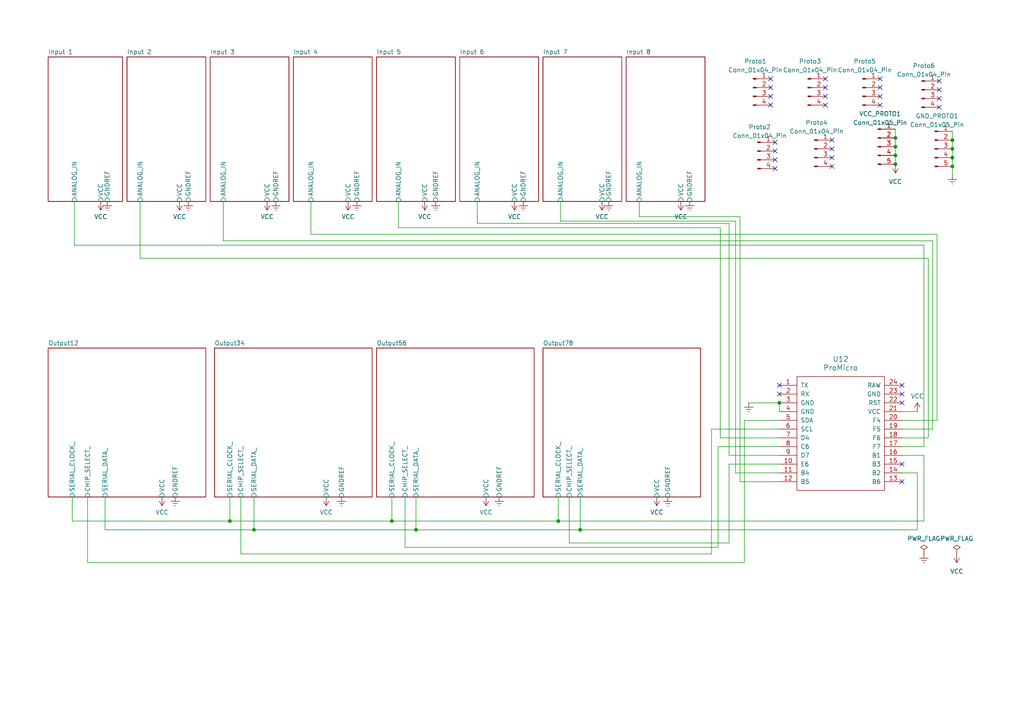
<source format=kicad_sch>
(kicad_sch
	(version 20231120)
	(generator "eeschema")
	(generator_version "8.0")
	(uuid "28718c51-05fa-44bf-9e59-30883fb9ecef")
	(paper "A4")
	(lib_symbols
		(symbol "Connector:Conn_01x04_Pin"
			(pin_names
				(offset 1.016) hide)
			(exclude_from_sim no)
			(in_bom yes)
			(on_board yes)
			(property "Reference" "J"
				(at 0 5.08 0)
				(effects
					(font
						(size 1.27 1.27)
					)
				)
			)
			(property "Value" "Conn_01x04_Pin"
				(at 0 -7.62 0)
				(effects
					(font
						(size 1.27 1.27)
					)
				)
			)
			(property "Footprint" ""
				(at 0 0 0)
				(effects
					(font
						(size 1.27 1.27)
					)
					(hide yes)
				)
			)
			(property "Datasheet" "~"
				(at 0 0 0)
				(effects
					(font
						(size 1.27 1.27)
					)
					(hide yes)
				)
			)
			(property "Description" "Generic connector, single row, 01x04, script generated"
				(at 0 0 0)
				(effects
					(font
						(size 1.27 1.27)
					)
					(hide yes)
				)
			)
			(property "ki_locked" ""
				(at 0 0 0)
				(effects
					(font
						(size 1.27 1.27)
					)
				)
			)
			(property "ki_keywords" "connector"
				(at 0 0 0)
				(effects
					(font
						(size 1.27 1.27)
					)
					(hide yes)
				)
			)
			(property "ki_fp_filters" "Connector*:*_1x??_*"
				(at 0 0 0)
				(effects
					(font
						(size 1.27 1.27)
					)
					(hide yes)
				)
			)
			(symbol "Conn_01x04_Pin_1_1"
				(polyline
					(pts
						(xy 1.27 -5.08) (xy 0.8636 -5.08)
					)
					(stroke
						(width 0.1524)
						(type default)
					)
					(fill
						(type none)
					)
				)
				(polyline
					(pts
						(xy 1.27 -2.54) (xy 0.8636 -2.54)
					)
					(stroke
						(width 0.1524)
						(type default)
					)
					(fill
						(type none)
					)
				)
				(polyline
					(pts
						(xy 1.27 0) (xy 0.8636 0)
					)
					(stroke
						(width 0.1524)
						(type default)
					)
					(fill
						(type none)
					)
				)
				(polyline
					(pts
						(xy 1.27 2.54) (xy 0.8636 2.54)
					)
					(stroke
						(width 0.1524)
						(type default)
					)
					(fill
						(type none)
					)
				)
				(rectangle
					(start 0.8636 -4.953)
					(end 0 -5.207)
					(stroke
						(width 0.1524)
						(type default)
					)
					(fill
						(type outline)
					)
				)
				(rectangle
					(start 0.8636 -2.413)
					(end 0 -2.667)
					(stroke
						(width 0.1524)
						(type default)
					)
					(fill
						(type outline)
					)
				)
				(rectangle
					(start 0.8636 0.127)
					(end 0 -0.127)
					(stroke
						(width 0.1524)
						(type default)
					)
					(fill
						(type outline)
					)
				)
				(rectangle
					(start 0.8636 2.667)
					(end 0 2.413)
					(stroke
						(width 0.1524)
						(type default)
					)
					(fill
						(type outline)
					)
				)
				(pin passive line
					(at 5.08 2.54 180)
					(length 3.81)
					(name "Pin_1"
						(effects
							(font
								(size 1.27 1.27)
							)
						)
					)
					(number "1"
						(effects
							(font
								(size 1.27 1.27)
							)
						)
					)
				)
				(pin passive line
					(at 5.08 0 180)
					(length 3.81)
					(name "Pin_2"
						(effects
							(font
								(size 1.27 1.27)
							)
						)
					)
					(number "2"
						(effects
							(font
								(size 1.27 1.27)
							)
						)
					)
				)
				(pin passive line
					(at 5.08 -2.54 180)
					(length 3.81)
					(name "Pin_3"
						(effects
							(font
								(size 1.27 1.27)
							)
						)
					)
					(number "3"
						(effects
							(font
								(size 1.27 1.27)
							)
						)
					)
				)
				(pin passive line
					(at 5.08 -5.08 180)
					(length 3.81)
					(name "Pin_4"
						(effects
							(font
								(size 1.27 1.27)
							)
						)
					)
					(number "4"
						(effects
							(font
								(size 1.27 1.27)
							)
						)
					)
				)
			)
		)
		(symbol "Connector:Conn_01x05_Pin"
			(pin_names
				(offset 1.016) hide)
			(exclude_from_sim no)
			(in_bom yes)
			(on_board yes)
			(property "Reference" "J"
				(at 0 7.62 0)
				(effects
					(font
						(size 1.27 1.27)
					)
				)
			)
			(property "Value" "Conn_01x05_Pin"
				(at 0 -7.62 0)
				(effects
					(font
						(size 1.27 1.27)
					)
				)
			)
			(property "Footprint" ""
				(at 0 0 0)
				(effects
					(font
						(size 1.27 1.27)
					)
					(hide yes)
				)
			)
			(property "Datasheet" "~"
				(at 0 0 0)
				(effects
					(font
						(size 1.27 1.27)
					)
					(hide yes)
				)
			)
			(property "Description" "Generic connector, single row, 01x05, script generated"
				(at 0 0 0)
				(effects
					(font
						(size 1.27 1.27)
					)
					(hide yes)
				)
			)
			(property "ki_locked" ""
				(at 0 0 0)
				(effects
					(font
						(size 1.27 1.27)
					)
				)
			)
			(property "ki_keywords" "connector"
				(at 0 0 0)
				(effects
					(font
						(size 1.27 1.27)
					)
					(hide yes)
				)
			)
			(property "ki_fp_filters" "Connector*:*_1x??_*"
				(at 0 0 0)
				(effects
					(font
						(size 1.27 1.27)
					)
					(hide yes)
				)
			)
			(symbol "Conn_01x05_Pin_1_1"
				(polyline
					(pts
						(xy 1.27 -5.08) (xy 0.8636 -5.08)
					)
					(stroke
						(width 0.1524)
						(type default)
					)
					(fill
						(type none)
					)
				)
				(polyline
					(pts
						(xy 1.27 -2.54) (xy 0.8636 -2.54)
					)
					(stroke
						(width 0.1524)
						(type default)
					)
					(fill
						(type none)
					)
				)
				(polyline
					(pts
						(xy 1.27 0) (xy 0.8636 0)
					)
					(stroke
						(width 0.1524)
						(type default)
					)
					(fill
						(type none)
					)
				)
				(polyline
					(pts
						(xy 1.27 2.54) (xy 0.8636 2.54)
					)
					(stroke
						(width 0.1524)
						(type default)
					)
					(fill
						(type none)
					)
				)
				(polyline
					(pts
						(xy 1.27 5.08) (xy 0.8636 5.08)
					)
					(stroke
						(width 0.1524)
						(type default)
					)
					(fill
						(type none)
					)
				)
				(rectangle
					(start 0.8636 -4.953)
					(end 0 -5.207)
					(stroke
						(width 0.1524)
						(type default)
					)
					(fill
						(type outline)
					)
				)
				(rectangle
					(start 0.8636 -2.413)
					(end 0 -2.667)
					(stroke
						(width 0.1524)
						(type default)
					)
					(fill
						(type outline)
					)
				)
				(rectangle
					(start 0.8636 0.127)
					(end 0 -0.127)
					(stroke
						(width 0.1524)
						(type default)
					)
					(fill
						(type outline)
					)
				)
				(rectangle
					(start 0.8636 2.667)
					(end 0 2.413)
					(stroke
						(width 0.1524)
						(type default)
					)
					(fill
						(type outline)
					)
				)
				(rectangle
					(start 0.8636 5.207)
					(end 0 4.953)
					(stroke
						(width 0.1524)
						(type default)
					)
					(fill
						(type outline)
					)
				)
				(pin passive line
					(at 5.08 5.08 180)
					(length 3.81)
					(name "Pin_1"
						(effects
							(font
								(size 1.27 1.27)
							)
						)
					)
					(number "1"
						(effects
							(font
								(size 1.27 1.27)
							)
						)
					)
				)
				(pin passive line
					(at 5.08 2.54 180)
					(length 3.81)
					(name "Pin_2"
						(effects
							(font
								(size 1.27 1.27)
							)
						)
					)
					(number "2"
						(effects
							(font
								(size 1.27 1.27)
							)
						)
					)
				)
				(pin passive line
					(at 5.08 0 180)
					(length 3.81)
					(name "Pin_3"
						(effects
							(font
								(size 1.27 1.27)
							)
						)
					)
					(number "3"
						(effects
							(font
								(size 1.27 1.27)
							)
						)
					)
				)
				(pin passive line
					(at 5.08 -2.54 180)
					(length 3.81)
					(name "Pin_4"
						(effects
							(font
								(size 1.27 1.27)
							)
						)
					)
					(number "4"
						(effects
							(font
								(size 1.27 1.27)
							)
						)
					)
				)
				(pin passive line
					(at 5.08 -5.08 180)
					(length 3.81)
					(name "Pin_5"
						(effects
							(font
								(size 1.27 1.27)
							)
						)
					)
					(number "5"
						(effects
							(font
								(size 1.27 1.27)
							)
						)
					)
				)
			)
		)
		(symbol "power:GNDREF"
			(power)
			(pin_numbers hide)
			(pin_names
				(offset 0) hide)
			(exclude_from_sim no)
			(in_bom yes)
			(on_board yes)
			(property "Reference" "#PWR"
				(at 0 -6.35 0)
				(effects
					(font
						(size 1.27 1.27)
					)
					(hide yes)
				)
			)
			(property "Value" "GNDREF"
				(at 0 -3.81 0)
				(effects
					(font
						(size 1.27 1.27)
					)
				)
			)
			(property "Footprint" ""
				(at 0 0 0)
				(effects
					(font
						(size 1.27 1.27)
					)
					(hide yes)
				)
			)
			(property "Datasheet" ""
				(at 0 0 0)
				(effects
					(font
						(size 1.27 1.27)
					)
					(hide yes)
				)
			)
			(property "Description" "Power symbol creates a global label with name \"GNDREF\" , reference supply ground"
				(at 0 0 0)
				(effects
					(font
						(size 1.27 1.27)
					)
					(hide yes)
				)
			)
			(property "ki_keywords" "global power"
				(at 0 0 0)
				(effects
					(font
						(size 1.27 1.27)
					)
					(hide yes)
				)
			)
			(symbol "GNDREF_0_1"
				(polyline
					(pts
						(xy -0.635 -1.905) (xy 0.635 -1.905)
					)
					(stroke
						(width 0)
						(type default)
					)
					(fill
						(type none)
					)
				)
				(polyline
					(pts
						(xy -0.127 -2.54) (xy 0.127 -2.54)
					)
					(stroke
						(width 0)
						(type default)
					)
					(fill
						(type none)
					)
				)
				(polyline
					(pts
						(xy 0 -1.27) (xy 0 0)
					)
					(stroke
						(width 0)
						(type default)
					)
					(fill
						(type none)
					)
				)
				(polyline
					(pts
						(xy 1.27 -1.27) (xy -1.27 -1.27)
					)
					(stroke
						(width 0)
						(type default)
					)
					(fill
						(type none)
					)
				)
			)
			(symbol "GNDREF_1_1"
				(pin power_in line
					(at 0 0 270)
					(length 0)
					(name "~"
						(effects
							(font
								(size 1.27 1.27)
							)
						)
					)
					(number "1"
						(effects
							(font
								(size 1.27 1.27)
							)
						)
					)
				)
			)
		)
		(symbol "power:PWR_FLAG"
			(power)
			(pin_numbers hide)
			(pin_names
				(offset 0) hide)
			(exclude_from_sim no)
			(in_bom yes)
			(on_board yes)
			(property "Reference" "#FLG"
				(at 0 1.905 0)
				(effects
					(font
						(size 1.27 1.27)
					)
					(hide yes)
				)
			)
			(property "Value" "PWR_FLAG"
				(at 0 3.81 0)
				(effects
					(font
						(size 1.27 1.27)
					)
				)
			)
			(property "Footprint" ""
				(at 0 0 0)
				(effects
					(font
						(size 1.27 1.27)
					)
					(hide yes)
				)
			)
			(property "Datasheet" "~"
				(at 0 0 0)
				(effects
					(font
						(size 1.27 1.27)
					)
					(hide yes)
				)
			)
			(property "Description" "Special symbol for telling ERC where power comes from"
				(at 0 0 0)
				(effects
					(font
						(size 1.27 1.27)
					)
					(hide yes)
				)
			)
			(property "ki_keywords" "flag power"
				(at 0 0 0)
				(effects
					(font
						(size 1.27 1.27)
					)
					(hide yes)
				)
			)
			(symbol "PWR_FLAG_0_0"
				(pin power_out line
					(at 0 0 90)
					(length 0)
					(name "~"
						(effects
							(font
								(size 1.27 1.27)
							)
						)
					)
					(number "1"
						(effects
							(font
								(size 1.27 1.27)
							)
						)
					)
				)
			)
			(symbol "PWR_FLAG_0_1"
				(polyline
					(pts
						(xy 0 0) (xy 0 1.27) (xy -1.016 1.905) (xy 0 2.54) (xy 1.016 1.905) (xy 0 1.27)
					)
					(stroke
						(width 0)
						(type default)
					)
					(fill
						(type none)
					)
				)
			)
		)
		(symbol "power:VCC"
			(power)
			(pin_numbers hide)
			(pin_names
				(offset 0) hide)
			(exclude_from_sim no)
			(in_bom yes)
			(on_board yes)
			(property "Reference" "#PWR"
				(at 0 -3.81 0)
				(effects
					(font
						(size 1.27 1.27)
					)
					(hide yes)
				)
			)
			(property "Value" "VCC"
				(at 0 3.556 0)
				(effects
					(font
						(size 1.27 1.27)
					)
				)
			)
			(property "Footprint" ""
				(at 0 0 0)
				(effects
					(font
						(size 1.27 1.27)
					)
					(hide yes)
				)
			)
			(property "Datasheet" ""
				(at 0 0 0)
				(effects
					(font
						(size 1.27 1.27)
					)
					(hide yes)
				)
			)
			(property "Description" "Power symbol creates a global label with name \"VCC\""
				(at 0 0 0)
				(effects
					(font
						(size 1.27 1.27)
					)
					(hide yes)
				)
			)
			(property "ki_keywords" "global power"
				(at 0 0 0)
				(effects
					(font
						(size 1.27 1.27)
					)
					(hide yes)
				)
			)
			(symbol "VCC_0_1"
				(polyline
					(pts
						(xy -0.762 1.27) (xy 0 2.54)
					)
					(stroke
						(width 0)
						(type default)
					)
					(fill
						(type none)
					)
				)
				(polyline
					(pts
						(xy 0 0) (xy 0 2.54)
					)
					(stroke
						(width 0)
						(type default)
					)
					(fill
						(type none)
					)
				)
				(polyline
					(pts
						(xy 0 2.54) (xy 0.762 1.27)
					)
					(stroke
						(width 0)
						(type default)
					)
					(fill
						(type none)
					)
				)
			)
			(symbol "VCC_1_1"
				(pin power_in line
					(at 0 0 90)
					(length 0)
					(name "~"
						(effects
							(font
								(size 1.27 1.27)
							)
						)
					)
					(number "1"
						(effects
							(font
								(size 1.27 1.27)
							)
						)
					)
				)
			)
		)
		(symbol "promicro:ProMicro"
			(pin_names
				(offset 1.016)
			)
			(exclude_from_sim no)
			(in_bom yes)
			(on_board yes)
			(property "Reference" "U"
				(at 0 24.13 0)
				(effects
					(font
						(size 1.524 1.524)
					)
				)
			)
			(property "Value" "ProMicro"
				(at 0 -13.97 0)
				(effects
					(font
						(size 1.524 1.524)
					)
				)
			)
			(property "Footprint" ""
				(at 2.54 -26.67 0)
				(effects
					(font
						(size 1.524 1.524)
					)
				)
			)
			(property "Datasheet" ""
				(at 2.54 -26.67 0)
				(effects
					(font
						(size 1.524 1.524)
					)
				)
			)
			(property "Description" ""
				(at 0 0 0)
				(effects
					(font
						(size 1.27 1.27)
					)
					(hide yes)
				)
			)
			(symbol "ProMicro_0_1"
				(rectangle
					(start -12.7 21.59)
					(end 12.7 -11.43)
					(stroke
						(width 0)
						(type solid)
					)
					(fill
						(type none)
					)
				)
			)
			(symbol "ProMicro_1_1"
				(pin bidirectional line
					(at -17.78 19.05 0)
					(length 5.08)
					(name "TX"
						(effects
							(font
								(size 1.27 1.27)
							)
						)
					)
					(number "1"
						(effects
							(font
								(size 1.27 1.27)
							)
						)
					)
				)
				(pin bidirectional line
					(at -17.78 -3.81 0)
					(length 5.08)
					(name "E6"
						(effects
							(font
								(size 1.27 1.27)
							)
						)
					)
					(number "10"
						(effects
							(font
								(size 1.27 1.27)
							)
						)
					)
				)
				(pin bidirectional line
					(at -17.78 -6.35 0)
					(length 5.08)
					(name "B4"
						(effects
							(font
								(size 1.27 1.27)
							)
						)
					)
					(number "11"
						(effects
							(font
								(size 1.27 1.27)
							)
						)
					)
				)
				(pin bidirectional line
					(at -17.78 -8.89 0)
					(length 5.08)
					(name "B5"
						(effects
							(font
								(size 1.27 1.27)
							)
						)
					)
					(number "12"
						(effects
							(font
								(size 1.27 1.27)
							)
						)
					)
				)
				(pin bidirectional line
					(at 17.78 -8.89 180)
					(length 5.08)
					(name "B6"
						(effects
							(font
								(size 1.27 1.27)
							)
						)
					)
					(number "13"
						(effects
							(font
								(size 1.27 1.27)
							)
						)
					)
				)
				(pin bidirectional line
					(at 17.78 -6.35 180)
					(length 5.08)
					(name "B2"
						(effects
							(font
								(size 1.27 1.27)
							)
						)
					)
					(number "14"
						(effects
							(font
								(size 1.27 1.27)
							)
						)
					)
				)
				(pin bidirectional line
					(at 17.78 -3.81 180)
					(length 5.08)
					(name "B3"
						(effects
							(font
								(size 1.27 1.27)
							)
						)
					)
					(number "15"
						(effects
							(font
								(size 1.27 1.27)
							)
						)
					)
				)
				(pin bidirectional line
					(at 17.78 -1.27 180)
					(length 5.08)
					(name "B1"
						(effects
							(font
								(size 1.27 1.27)
							)
						)
					)
					(number "16"
						(effects
							(font
								(size 1.27 1.27)
							)
						)
					)
				)
				(pin bidirectional line
					(at 17.78 1.27 180)
					(length 5.08)
					(name "F7"
						(effects
							(font
								(size 1.27 1.27)
							)
						)
					)
					(number "17"
						(effects
							(font
								(size 1.27 1.27)
							)
						)
					)
				)
				(pin bidirectional line
					(at 17.78 3.81 180)
					(length 5.08)
					(name "F6"
						(effects
							(font
								(size 1.27 1.27)
							)
						)
					)
					(number "18"
						(effects
							(font
								(size 1.27 1.27)
							)
						)
					)
				)
				(pin bidirectional line
					(at 17.78 6.35 180)
					(length 5.08)
					(name "F5"
						(effects
							(font
								(size 1.27 1.27)
							)
						)
					)
					(number "19"
						(effects
							(font
								(size 1.27 1.27)
							)
						)
					)
				)
				(pin bidirectional line
					(at -17.78 16.51 0)
					(length 5.08)
					(name "RX"
						(effects
							(font
								(size 1.27 1.27)
							)
						)
					)
					(number "2"
						(effects
							(font
								(size 1.27 1.27)
							)
						)
					)
				)
				(pin bidirectional line
					(at 17.78 8.89 180)
					(length 5.08)
					(name "F4"
						(effects
							(font
								(size 1.27 1.27)
							)
						)
					)
					(number "20"
						(effects
							(font
								(size 1.27 1.27)
							)
						)
					)
				)
				(pin power_in line
					(at 17.78 11.43 180)
					(length 5.08)
					(name "VCC"
						(effects
							(font
								(size 1.27 1.27)
							)
						)
					)
					(number "21"
						(effects
							(font
								(size 1.27 1.27)
							)
						)
					)
				)
				(pin input line
					(at 17.78 13.97 180)
					(length 5.08)
					(name "RST"
						(effects
							(font
								(size 1.27 1.27)
							)
						)
					)
					(number "22"
						(effects
							(font
								(size 1.27 1.27)
							)
						)
					)
				)
				(pin power_in line
					(at 17.78 16.51 180)
					(length 5.08)
					(name "GND"
						(effects
							(font
								(size 1.27 1.27)
							)
						)
					)
					(number "23"
						(effects
							(font
								(size 1.27 1.27)
							)
						)
					)
				)
				(pin power_out line
					(at 17.78 19.05 180)
					(length 5.08)
					(name "RAW"
						(effects
							(font
								(size 1.27 1.27)
							)
						)
					)
					(number "24"
						(effects
							(font
								(size 1.27 1.27)
							)
						)
					)
				)
				(pin power_in line
					(at -17.78 13.97 0)
					(length 5.08)
					(name "GND"
						(effects
							(font
								(size 1.27 1.27)
							)
						)
					)
					(number "3"
						(effects
							(font
								(size 1.27 1.27)
							)
						)
					)
				)
				(pin power_in line
					(at -17.78 11.43 0)
					(length 5.08)
					(name "GND"
						(effects
							(font
								(size 1.27 1.27)
							)
						)
					)
					(number "4"
						(effects
							(font
								(size 1.27 1.27)
							)
						)
					)
				)
				(pin bidirectional line
					(at -17.78 8.89 0)
					(length 5.08)
					(name "SDA"
						(effects
							(font
								(size 1.27 1.27)
							)
						)
					)
					(number "5"
						(effects
							(font
								(size 1.27 1.27)
							)
						)
					)
				)
				(pin bidirectional line
					(at -17.78 6.35 0)
					(length 5.08)
					(name "SCL"
						(effects
							(font
								(size 1.27 1.27)
							)
						)
					)
					(number "6"
						(effects
							(font
								(size 1.27 1.27)
							)
						)
					)
				)
				(pin bidirectional line
					(at -17.78 3.81 0)
					(length 5.08)
					(name "D4"
						(effects
							(font
								(size 1.27 1.27)
							)
						)
					)
					(number "7"
						(effects
							(font
								(size 1.27 1.27)
							)
						)
					)
				)
				(pin bidirectional line
					(at -17.78 1.27 0)
					(length 5.08)
					(name "C6"
						(effects
							(font
								(size 1.27 1.27)
							)
						)
					)
					(number "8"
						(effects
							(font
								(size 1.27 1.27)
							)
						)
					)
				)
				(pin bidirectional line
					(at -17.78 -1.27 0)
					(length 5.08)
					(name "D7"
						(effects
							(font
								(size 1.27 1.27)
							)
						)
					)
					(number "9"
						(effects
							(font
								(size 1.27 1.27)
							)
						)
					)
				)
			)
		)
	)
	(junction
		(at 66.675 151.13)
		(diameter 0)
		(color 0 0 0 0)
		(uuid "0aa1da42-c1c4-4e36-b617-f0d83a743fbe")
	)
	(junction
		(at 276.225 48.26)
		(diameter 0)
		(color 0 0 0 0)
		(uuid "0b66d531-ddd6-4225-b3a1-af5dde24545c")
	)
	(junction
		(at 259.715 42.545)
		(diameter 0)
		(color 0 0 0 0)
		(uuid "2e1df275-04ad-4317-93c6-706aada7ecc3")
	)
	(junction
		(at 259.715 40.005)
		(diameter 0)
		(color 0 0 0 0)
		(uuid "399a6701-90aa-488d-bb9c-4d9dbeb7a6b1")
	)
	(junction
		(at 276.225 45.72)
		(diameter 0)
		(color 0 0 0 0)
		(uuid "4335afa7-b51c-4260-8e89-8b3173e5ea93")
	)
	(junction
		(at 161.925 151.13)
		(diameter 0)
		(color 0 0 0 0)
		(uuid "5347553a-a607-4e17-b26f-e76bfc437754")
	)
	(junction
		(at 259.715 45.085)
		(diameter 0)
		(color 0 0 0 0)
		(uuid "5a33858c-8995-4a81-811d-95bb6ebd1fe9")
	)
	(junction
		(at 276.225 43.18)
		(diameter 0)
		(color 0 0 0 0)
		(uuid "850ccb77-dedb-475a-b33a-793fda7d4dd9")
	)
	(junction
		(at 226.06 116.84)
		(diameter 0)
		(color 0 0 0 0)
		(uuid "9ca36c37-c298-4a6e-b1af-e122cd51250f")
	)
	(junction
		(at 168.275 153.67)
		(diameter 0)
		(color 0 0 0 0)
		(uuid "a23f9988-f14e-4cf4-ab2e-caa473c33e2b")
	)
	(junction
		(at 120.65 153.67)
		(diameter 0)
		(color 0 0 0 0)
		(uuid "a6020d34-02b3-4488-ab60-537b1eeb5c6a")
	)
	(junction
		(at 259.715 47.625)
		(diameter 0)
		(color 0 0 0 0)
		(uuid "bade6b50-ba64-4555-b0e0-275dd5749700")
	)
	(junction
		(at 276.225 40.64)
		(diameter 0)
		(color 0 0 0 0)
		(uuid "c5728cda-8a79-4dac-8e1d-8d7bd5e74bc1")
	)
	(junction
		(at 113.665 151.13)
		(diameter 0)
		(color 0 0 0 0)
		(uuid "d90a17bf-3f05-4595-b9aa-5987da857422")
	)
	(junction
		(at 73.66 153.67)
		(diameter 0)
		(color 0 0 0 0)
		(uuid "e52d9e04-d82f-4756-9ad3-34126549fc8d")
	)
	(no_connect
		(at 223.52 27.94)
		(uuid "008a5f36-c6d8-4ba4-9f4b-571f00a5d40b")
	)
	(no_connect
		(at 241.3 45.72)
		(uuid "0b6a1495-80c0-4273-ba10-d2f652f61fef")
	)
	(no_connect
		(at 261.62 116.84)
		(uuid "12c63f86-a4f5-4520-8b42-ab6ef0468a32")
	)
	(no_connect
		(at 241.3 40.64)
		(uuid "1d0792bb-d4d4-4a91-abcd-b59ce4574608")
	)
	(no_connect
		(at 272.415 28.575)
		(uuid "1f527ef5-c6b2-4cbd-b0e6-6c9a0835a26f")
	)
	(no_connect
		(at 226.06 114.3)
		(uuid "280daeab-a024-469f-ac11-1a8e667cc119")
	)
	(no_connect
		(at 223.52 30.48)
		(uuid "359eef7e-7335-40c4-abf7-c7b9db1fcc42")
	)
	(no_connect
		(at 223.52 22.86)
		(uuid "3c7b1790-f682-4b97-bbab-bd56fb29329b")
	)
	(no_connect
		(at 272.415 23.495)
		(uuid "3ed45750-a3b2-4cc1-84e7-04e0a0ac88de")
	)
	(no_connect
		(at 241.3 48.26)
		(uuid "42b7f9b2-cebd-4226-a693-10621943f92f")
	)
	(no_connect
		(at 223.52 25.4)
		(uuid "42de9b7f-4d74-4b2a-bf0a-5ac87e21638d")
	)
	(no_connect
		(at 239.395 22.86)
		(uuid "485507ee-9b71-4a63-915c-6f3324600269")
	)
	(no_connect
		(at 261.62 134.62)
		(uuid "4977bbdb-2fe7-47a3-b023-1133ae2ec162")
	)
	(no_connect
		(at 255.27 27.94)
		(uuid "4d1f926a-23a9-4a74-90d7-8e89f1159c23")
	)
	(no_connect
		(at 261.62 111.76)
		(uuid "4e5012a1-94a8-4405-8a55-5b99aec4403c")
	)
	(no_connect
		(at 224.79 46.355)
		(uuid "51aba34d-11d2-47fd-921b-10a2cb7c47f4")
	)
	(no_connect
		(at 255.27 30.48)
		(uuid "5fe68355-1acc-4f35-8701-028e612f7d2f")
	)
	(no_connect
		(at 241.3 43.18)
		(uuid "6cfb8ec7-9c03-4144-9bb5-3401744437cd")
	)
	(no_connect
		(at 239.395 27.94)
		(uuid "730b4dc0-bbdb-4651-ac75-bdaad97356d4")
	)
	(no_connect
		(at 261.62 114.3)
		(uuid "75d8bb42-bb00-43fc-92a6-9814c0e31715")
	)
	(no_connect
		(at 272.415 26.035)
		(uuid "7a52b49a-5a11-46a5-b153-85c85bd36858")
	)
	(no_connect
		(at 272.415 31.115)
		(uuid "7ed821ea-240e-46a1-a77e-fee08261f5a4")
	)
	(no_connect
		(at 255.27 22.86)
		(uuid "9d2feda6-b400-4d73-867f-3a1085e46d02")
	)
	(no_connect
		(at 224.79 41.275)
		(uuid "a6e22dcc-ff80-4d43-8096-d890d7f76dde")
	)
	(no_connect
		(at 224.79 48.895)
		(uuid "b1909324-8d6a-48d8-a8ac-d5c2140ae167")
	)
	(no_connect
		(at 239.395 25.4)
		(uuid "c0d573f6-f620-4de8-9f4c-3d7eb12cec15")
	)
	(no_connect
		(at 224.79 43.815)
		(uuid "c81fe132-1ca9-46a6-baf5-c0de01268da7")
	)
	(no_connect
		(at 261.62 139.7)
		(uuid "e05541ce-e367-429e-9de2-ead4b592cc45")
	)
	(no_connect
		(at 239.395 30.48)
		(uuid "e055e943-e3fa-4c29-9c4e-f3e54784d2c2")
	)
	(no_connect
		(at 255.27 25.4)
		(uuid "ea576e52-0805-48d9-917c-672b89ab6ef3")
	)
	(no_connect
		(at 226.06 111.76)
		(uuid "fe168403-2968-4799-8a6b-130fbcc6a636")
	)
	(wire
		(pts
			(xy 259.715 42.545) (xy 259.715 45.085)
		)
		(stroke
			(width 0)
			(type default)
		)
		(uuid "01cf480b-d2a6-428f-95ab-ad5b6299860b")
	)
	(wire
		(pts
			(xy 208.915 127) (xy 208.915 66.04)
		)
		(stroke
			(width 0)
			(type default)
		)
		(uuid "0429a4e1-370e-439a-9dbb-39e05adf4cdd")
	)
	(wire
		(pts
			(xy 226.06 129.54) (xy 208.28 129.54)
		)
		(stroke
			(width 0)
			(type default)
		)
		(uuid "077a86c3-9e32-4ba6-a118-a6c10a1c94e4")
	)
	(wire
		(pts
			(xy 226.06 124.46) (xy 206.375 124.46)
		)
		(stroke
			(width 0)
			(type default)
		)
		(uuid "0a7a99e9-df0b-4af1-9a0f-32d5e4e6c009")
	)
	(wire
		(pts
			(xy 226.06 116.84) (xy 226.06 119.38)
		)
		(stroke
			(width 0)
			(type default)
		)
		(uuid "0cbf6ee8-d241-484f-8c24-6a3b0a589b17")
	)
	(wire
		(pts
			(xy 208.915 66.04) (xy 115.57 66.04)
		)
		(stroke
			(width 0)
			(type default)
		)
		(uuid "0dd618b6-9662-4ea5-bdf7-9b944b7f9e31")
	)
	(wire
		(pts
			(xy 25.4 163.195) (xy 25.4 144.145)
		)
		(stroke
			(width 0)
			(type default)
		)
		(uuid "12dbe71e-923a-4f75-9e37-029054bf3959")
	)
	(wire
		(pts
			(xy 113.665 151.13) (xy 113.665 144.145)
		)
		(stroke
			(width 0)
			(type default)
		)
		(uuid "1f2ead5a-887c-4f69-986c-149233f0658b")
	)
	(wire
		(pts
			(xy 21.59 71.12) (xy 267.97 71.12)
		)
		(stroke
			(width 0)
			(type default)
		)
		(uuid "24318fdd-557c-4357-a591-2f1a4147ade8")
	)
	(wire
		(pts
			(xy 266.065 137.16) (xy 266.065 153.67)
		)
		(stroke
			(width 0)
			(type default)
		)
		(uuid "27ad77e9-45d6-417e-af85-8fc643f28af8")
	)
	(wire
		(pts
			(xy 267.97 132.08) (xy 267.97 151.13)
		)
		(stroke
			(width 0)
			(type default)
		)
		(uuid "29fa1ed0-3332-4e28-bc3a-dbf7d033402c")
	)
	(wire
		(pts
			(xy 115.57 66.04) (xy 115.57 58.42)
		)
		(stroke
			(width 0)
			(type default)
		)
		(uuid "2d41f1a3-d072-415e-ae4d-c2d35a03a1c1")
	)
	(wire
		(pts
			(xy 213.36 137.16) (xy 213.36 64.135)
		)
		(stroke
			(width 0)
			(type default)
		)
		(uuid "3288ae2c-c43b-4c76-aeb6-693934eb0bf0")
	)
	(wire
		(pts
			(xy 259.715 45.085) (xy 259.715 47.625)
		)
		(stroke
			(width 0)
			(type default)
		)
		(uuid "32e7082b-034b-4b23-84c6-f47b34849602")
	)
	(wire
		(pts
			(xy 276.225 45.72) (xy 276.225 48.26)
		)
		(stroke
			(width 0)
			(type default)
		)
		(uuid "36f0fdfa-8847-40b8-9799-e535a4dfb160")
	)
	(wire
		(pts
			(xy 276.225 43.18) (xy 276.225 45.72)
		)
		(stroke
			(width 0)
			(type default)
		)
		(uuid "3cf8fdb6-ca22-4cbe-98d3-43cb1f1d1381")
	)
	(wire
		(pts
			(xy 271.78 121.92) (xy 271.78 67.945)
		)
		(stroke
			(width 0)
			(type default)
		)
		(uuid "40828949-8e83-4b0e-92cb-c940911e2274")
	)
	(wire
		(pts
			(xy 271.78 67.945) (xy 90.17 67.945)
		)
		(stroke
			(width 0)
			(type default)
		)
		(uuid "40cc1355-c226-4ad2-9d41-4ca37794a28d")
	)
	(wire
		(pts
			(xy 226.06 139.7) (xy 214.63 139.7)
		)
		(stroke
			(width 0)
			(type default)
		)
		(uuid "42567c37-b513-4360-8fd8-caa3bd11db54")
	)
	(wire
		(pts
			(xy 138.43 64.77) (xy 138.43 58.42)
		)
		(stroke
			(width 0)
			(type default)
		)
		(uuid "47332ac0-60f3-4046-a5c9-fad78c114760")
	)
	(wire
		(pts
			(xy 162.56 64.135) (xy 162.56 58.42)
		)
		(stroke
			(width 0)
			(type default)
		)
		(uuid "47ea3e48-2834-47b4-bd03-2838dc1aebe7")
	)
	(wire
		(pts
			(xy 168.275 153.67) (xy 120.65 153.67)
		)
		(stroke
			(width 0)
			(type default)
		)
		(uuid "4b076904-d760-4d8b-a82a-5265ba5a641d")
	)
	(wire
		(pts
			(xy 117.475 158.75) (xy 117.475 144.145)
		)
		(stroke
			(width 0)
			(type default)
		)
		(uuid "4b9f0452-05cb-4d07-b709-3a88e5622d29")
	)
	(wire
		(pts
			(xy 226.06 137.16) (xy 213.36 137.16)
		)
		(stroke
			(width 0)
			(type default)
		)
		(uuid "5c0debab-258f-48f7-944e-1c4d0e403e89")
	)
	(wire
		(pts
			(xy 66.675 151.13) (xy 66.675 144.145)
		)
		(stroke
			(width 0)
			(type default)
		)
		(uuid "5ca731b3-e311-4a4b-a2a1-bd1a799bbc4d")
	)
	(wire
		(pts
			(xy 269.24 74.93) (xy 269.24 127)
		)
		(stroke
			(width 0)
			(type default)
		)
		(uuid "64865787-5151-43c7-b924-9587156ad5e1")
	)
	(wire
		(pts
			(xy 208.28 158.75) (xy 117.475 158.75)
		)
		(stroke
			(width 0)
			(type default)
		)
		(uuid "65312029-f206-4cb7-87ae-1c4c5f9c7485")
	)
	(wire
		(pts
			(xy 40.64 74.93) (xy 40.64 58.42)
		)
		(stroke
			(width 0)
			(type default)
		)
		(uuid "68698534-db15-46be-808f-3a288783ca6d")
	)
	(wire
		(pts
			(xy 73.66 153.67) (xy 73.66 144.145)
		)
		(stroke
			(width 0)
			(type default)
		)
		(uuid "68876fa4-25be-4088-b0c4-ebbe78fe5202")
	)
	(wire
		(pts
			(xy 226.06 132.08) (xy 211.455 132.08)
		)
		(stroke
			(width 0)
			(type default)
		)
		(uuid "69f637a4-8cf3-4159-bb6b-4ae6f2479ea0")
	)
	(wire
		(pts
			(xy 165.1 157.48) (xy 165.1 144.145)
		)
		(stroke
			(width 0)
			(type default)
		)
		(uuid "6bda8bc8-4492-4d69-9cd9-b5ea7171d206")
	)
	(wire
		(pts
			(xy 211.455 132.08) (xy 211.455 64.77)
		)
		(stroke
			(width 0)
			(type default)
		)
		(uuid "7124936b-fb4b-4d54-b9d4-b47150c06a69")
	)
	(wire
		(pts
			(xy 215.9 163.195) (xy 25.4 163.195)
		)
		(stroke
			(width 0)
			(type default)
		)
		(uuid "76a89b1e-d741-4dca-a97a-8a85c54368f1")
	)
	(wire
		(pts
			(xy 226.06 134.62) (xy 211.455 134.62)
		)
		(stroke
			(width 0)
			(type default)
		)
		(uuid "77a18876-4104-4b2c-93c4-f40a693b10ed")
	)
	(wire
		(pts
			(xy 276.225 38.1) (xy 276.225 40.64)
		)
		(stroke
			(width 0)
			(type default)
		)
		(uuid "791c1dfd-3136-477c-a255-5c295ae2954d")
	)
	(wire
		(pts
			(xy 161.925 151.13) (xy 267.97 151.13)
		)
		(stroke
			(width 0)
			(type default)
		)
		(uuid "7c215fb2-6d37-457b-967e-843cf9571f51")
	)
	(wire
		(pts
			(xy 40.64 74.93) (xy 269.24 74.93)
		)
		(stroke
			(width 0)
			(type default)
		)
		(uuid "7f730d00-5862-4dd2-8c00-5686d6071c7b")
	)
	(wire
		(pts
			(xy 261.62 119.38) (xy 266.065 119.38)
		)
		(stroke
			(width 0)
			(type default)
		)
		(uuid "800cc9c4-11a9-4815-8912-58c6a73d9231")
	)
	(wire
		(pts
			(xy 261.62 132.08) (xy 267.97 132.08)
		)
		(stroke
			(width 0)
			(type default)
		)
		(uuid "80489c12-6676-4c3f-bd86-4c176977603a")
	)
	(wire
		(pts
			(xy 261.62 121.92) (xy 271.78 121.92)
		)
		(stroke
			(width 0)
			(type default)
		)
		(uuid "8655d2f8-c5eb-47b1-acf8-32b742cd56f1")
	)
	(wire
		(pts
			(xy 185.42 62.865) (xy 185.42 58.42)
		)
		(stroke
			(width 0)
			(type default)
		)
		(uuid "89c36c6a-4bb4-4572-9b80-14a8bf7ef77c")
	)
	(wire
		(pts
			(xy 259.715 37.465) (xy 259.715 40.005)
		)
		(stroke
			(width 0)
			(type default)
		)
		(uuid "8ac17da8-d18f-43f4-8e49-5bcdbdc12eb8")
	)
	(wire
		(pts
			(xy 66.675 151.13) (xy 20.955 151.13)
		)
		(stroke
			(width 0)
			(type default)
		)
		(uuid "8b4715ce-849a-422f-857d-d122c6f2a920")
	)
	(wire
		(pts
			(xy 270.51 69.85) (xy 270.51 124.46)
		)
		(stroke
			(width 0)
			(type default)
		)
		(uuid "8be07c60-37ad-4b53-8ccf-03aca428d95b")
	)
	(wire
		(pts
			(xy 214.63 139.7) (xy 214.63 62.865)
		)
		(stroke
			(width 0)
			(type default)
		)
		(uuid "8ea10b6a-83ed-4b88-b53c-040ba329efd6")
	)
	(wire
		(pts
			(xy 261.62 124.46) (xy 270.51 124.46)
		)
		(stroke
			(width 0)
			(type default)
		)
		(uuid "8f5ba4a2-39e9-4a6c-9116-60a31b146be1")
	)
	(wire
		(pts
			(xy 215.9 121.92) (xy 226.06 121.92)
		)
		(stroke
			(width 0)
			(type default)
		)
		(uuid "93e7ce7f-3d29-48a5-b3d6-e5f6bd8f52fa")
	)
	(wire
		(pts
			(xy 168.275 153.67) (xy 168.275 144.145)
		)
		(stroke
			(width 0)
			(type default)
		)
		(uuid "966d43e8-df74-4bdf-9312-d8105588fae8")
	)
	(wire
		(pts
			(xy 208.28 129.54) (xy 208.28 158.75)
		)
		(stroke
			(width 0)
			(type default)
		)
		(uuid "9695314f-2a02-4c2f-b842-100c3d8f877c")
	)
	(wire
		(pts
			(xy 226.06 116.84) (xy 217.17 116.84)
		)
		(stroke
			(width 0)
			(type default)
		)
		(uuid "9ba9bc8a-0fcd-4cf9-8b51-c418ee9762a0")
	)
	(wire
		(pts
			(xy 90.17 67.945) (xy 90.17 58.42)
		)
		(stroke
			(width 0)
			(type default)
		)
		(uuid "9fc7d794-539a-4be3-a1bb-05ccef45f364")
	)
	(wire
		(pts
			(xy 211.455 134.62) (xy 211.455 157.48)
		)
		(stroke
			(width 0)
			(type default)
		)
		(uuid "a70b3a7e-f519-4ccb-b2ec-f3b0c2c414d7")
	)
	(wire
		(pts
			(xy 73.66 153.67) (xy 30.48 153.67)
		)
		(stroke
			(width 0)
			(type default)
		)
		(uuid "a7e17543-c41b-4935-8f39-29de18352363")
	)
	(wire
		(pts
			(xy 261.62 137.16) (xy 266.065 137.16)
		)
		(stroke
			(width 0)
			(type default)
		)
		(uuid "a93f8338-ef55-48d5-8c48-54b87902d862")
	)
	(wire
		(pts
			(xy 211.455 64.77) (xy 138.43 64.77)
		)
		(stroke
			(width 0)
			(type default)
		)
		(uuid "aab0c69d-332f-4489-82a9-0515cee956ef")
	)
	(wire
		(pts
			(xy 276.225 48.26) (xy 276.225 50.8)
		)
		(stroke
			(width 0)
			(type default)
		)
		(uuid "ac74138c-31d8-495c-864b-a6381310e6a5")
	)
	(wire
		(pts
			(xy 213.36 64.135) (xy 162.56 64.135)
		)
		(stroke
			(width 0)
			(type default)
		)
		(uuid "b2edec56-60fe-4a58-81ce-c400f1ffdeae")
	)
	(wire
		(pts
			(xy 120.65 153.67) (xy 120.65 144.145)
		)
		(stroke
			(width 0)
			(type default)
		)
		(uuid "ba04b99c-35e9-4357-ad7f-e1f7d5f9f02c")
	)
	(wire
		(pts
			(xy 206.375 160.655) (xy 69.85 160.655)
		)
		(stroke
			(width 0)
			(type default)
		)
		(uuid "bc1ccb63-9c5e-41a4-a1df-33fee6bf5e3f")
	)
	(wire
		(pts
			(xy 113.665 151.13) (xy 161.925 151.13)
		)
		(stroke
			(width 0)
			(type default)
		)
		(uuid "bc8f5d78-ec0a-4e93-86e7-cc5fb702ed7b")
	)
	(wire
		(pts
			(xy 267.97 71.12) (xy 267.97 129.54)
		)
		(stroke
			(width 0)
			(type default)
		)
		(uuid "be5c2cd3-4616-4a18-b266-539a67e2fc65")
	)
	(wire
		(pts
			(xy 226.06 127) (xy 208.915 127)
		)
		(stroke
			(width 0)
			(type default)
		)
		(uuid "bee634f2-1cee-4065-86f8-9f13a03daef0")
	)
	(wire
		(pts
			(xy 30.48 153.67) (xy 30.48 144.145)
		)
		(stroke
			(width 0)
			(type default)
		)
		(uuid "c15a124e-071a-4825-b340-d4433768cea2")
	)
	(wire
		(pts
			(xy 120.65 153.67) (xy 73.66 153.67)
		)
		(stroke
			(width 0)
			(type default)
		)
		(uuid "c181e796-787c-4730-b393-a66012e19173")
	)
	(wire
		(pts
			(xy 69.85 160.655) (xy 69.85 144.145)
		)
		(stroke
			(width 0)
			(type default)
		)
		(uuid "c410f084-fe85-45ee-a9d2-ad3d0233c584")
	)
	(wire
		(pts
			(xy 267.97 129.54) (xy 261.62 129.54)
		)
		(stroke
			(width 0)
			(type default)
		)
		(uuid "c41d3c46-8d41-42f0-b421-c2635e641aa8")
	)
	(wire
		(pts
			(xy 206.375 124.46) (xy 206.375 160.655)
		)
		(stroke
			(width 0)
			(type default)
		)
		(uuid "c4cb75ae-c314-433b-8eac-53443829976f")
	)
	(wire
		(pts
			(xy 215.9 121.92) (xy 215.9 163.195)
		)
		(stroke
			(width 0)
			(type default)
		)
		(uuid "d1fb1c08-5b5f-4a2e-9ca2-ee898ac7655c")
	)
	(wire
		(pts
			(xy 261.62 127) (xy 269.24 127)
		)
		(stroke
			(width 0)
			(type default)
		)
		(uuid "d798743d-e6a7-4126-9d5d-89046a929399")
	)
	(wire
		(pts
			(xy 161.925 144.145) (xy 161.925 151.13)
		)
		(stroke
			(width 0)
			(type default)
		)
		(uuid "d7c87865-3546-4880-8e19-9b057b4c7305")
	)
	(wire
		(pts
			(xy 21.59 71.12) (xy 21.59 58.42)
		)
		(stroke
			(width 0)
			(type default)
		)
		(uuid "e26aa8b1-df39-458d-9f24-5f84c28389ce")
	)
	(wire
		(pts
			(xy 20.955 151.13) (xy 20.955 144.145)
		)
		(stroke
			(width 0)
			(type default)
		)
		(uuid "e2b9921a-b569-46cb-a515-e70417c3ece0")
	)
	(wire
		(pts
			(xy 266.065 153.67) (xy 168.275 153.67)
		)
		(stroke
			(width 0)
			(type default)
		)
		(uuid "e493c24f-20ed-4121-866f-0e57d4b5da05")
	)
	(wire
		(pts
			(xy 211.455 157.48) (xy 165.1 157.48)
		)
		(stroke
			(width 0)
			(type default)
		)
		(uuid "e5f3e4c6-0dbe-4ea8-88e1-7963df609e02")
	)
	(wire
		(pts
			(xy 276.225 40.64) (xy 276.225 43.18)
		)
		(stroke
			(width 0)
			(type default)
		)
		(uuid "e7ad3753-5759-4a2d-8e72-ebfd6ccb7f37")
	)
	(wire
		(pts
			(xy 113.665 151.13) (xy 66.675 151.13)
		)
		(stroke
			(width 0)
			(type default)
		)
		(uuid "e82259dc-0699-4c39-8111-3bf30b574451")
	)
	(wire
		(pts
			(xy 259.715 40.005) (xy 259.715 42.545)
		)
		(stroke
			(width 0)
			(type default)
		)
		(uuid "ee18c13c-1a24-4ee3-be15-7f34f93a68ca")
	)
	(wire
		(pts
			(xy 64.77 69.85) (xy 64.77 58.42)
		)
		(stroke
			(width 0)
			(type default)
		)
		(uuid "f1be72b3-3f90-4489-86e0-b74c4d2d3648")
	)
	(wire
		(pts
			(xy 214.63 62.865) (xy 185.42 62.865)
		)
		(stroke
			(width 0)
			(type default)
		)
		(uuid "faa51009-7d62-422c-830a-4d9fa465e04b")
	)
	(wire
		(pts
			(xy 270.51 69.85) (xy 64.77 69.85)
		)
		(stroke
			(width 0)
			(type default)
		)
		(uuid "fffd4e07-ca0a-4910-97ce-afcdf153eb01")
	)
	(symbol
		(lib_id "Connector:Conn_01x04_Pin")
		(at 234.315 25.4 0)
		(unit 1)
		(exclude_from_sim no)
		(in_bom yes)
		(on_board yes)
		(dnp no)
		(fields_autoplaced yes)
		(uuid "157b48c2-ede0-40d9-aabf-bad03da1efed")
		(property "Reference" "Proto3"
			(at 234.95 17.78 0)
			(effects
				(font
					(size 1.27 1.27)
				)
			)
		)
		(property "Value" "Conn_01x04_Pin"
			(at 234.95 20.32 0)
			(effects
				(font
					(size 1.27 1.27)
				)
			)
		)
		(property "Footprint" "Connector_PinHeader_2.54mm:PinHeader_1x04_P2.54mm_Vertical"
			(at 234.315 25.4 0)
			(effects
				(font
					(size 1.27 1.27)
				)
				(hide yes)
			)
		)
		(property "Datasheet" "~"
			(at 234.315 25.4 0)
			(effects
				(font
					(size 1.27 1.27)
				)
				(hide yes)
			)
		)
		(property "Description" "Generic connector, single row, 01x04, script generated"
			(at 234.315 25.4 0)
			(effects
				(font
					(size 1.27 1.27)
				)
				(hide yes)
			)
		)
		(pin "3"
			(uuid "ea713c70-6d31-4519-abeb-986c21e04d94")
		)
		(pin "1"
			(uuid "483b0c4f-86e5-4fd1-bba1-e4467993567d")
		)
		(pin "4"
			(uuid "925d3237-5a1e-4086-a6c5-20b8ed9126ae")
		)
		(pin "2"
			(uuid "01e6ef59-0acf-44ae-acb7-93d4609b3582")
		)
		(instances
			(project "Oblque Easel Full Circuit"
				(path "/28718c51-05fa-44bf-9e59-30883fb9ecef"
					(reference "Proto3")
					(unit 1)
				)
			)
		)
	)
	(symbol
		(lib_id "power:PWR_FLAG")
		(at 267.97 160.655 0)
		(unit 1)
		(exclude_from_sim no)
		(in_bom yes)
		(on_board yes)
		(dnp no)
		(fields_autoplaced yes)
		(uuid "1a84d7d3-9945-420f-8d95-cd2e2fef8c75")
		(property "Reference" "#FLG01"
			(at 267.97 158.75 0)
			(effects
				(font
					(size 1.27 1.27)
				)
				(hide yes)
			)
		)
		(property "Value" "PWR_FLAG"
			(at 267.97 156.21 0)
			(effects
				(font
					(size 1.27 1.27)
				)
			)
		)
		(property "Footprint" ""
			(at 267.97 160.655 0)
			(effects
				(font
					(size 1.27 1.27)
				)
				(hide yes)
			)
		)
		(property "Datasheet" "~"
			(at 267.97 160.655 0)
			(effects
				(font
					(size 1.27 1.27)
				)
				(hide yes)
			)
		)
		(property "Description" "Special symbol for telling ERC where power comes from"
			(at 267.97 160.655 0)
			(effects
				(font
					(size 1.27 1.27)
				)
				(hide yes)
			)
		)
		(pin "1"
			(uuid "dd666051-5c9f-44bd-8518-c9d60c946c33")
		)
		(instances
			(project "Oblque Easel Full Circuit"
				(path "/28718c51-05fa-44bf-9e59-30883fb9ecef"
					(reference "#FLG01")
					(unit 1)
				)
			)
		)
	)
	(symbol
		(lib_id "power:GNDREF")
		(at 200.025 58.42 0)
		(unit 1)
		(exclude_from_sim no)
		(in_bom yes)
		(on_board yes)
		(dnp no)
		(fields_autoplaced yes)
		(uuid "1cfcbd4e-6071-4875-be60-817a64af1d72")
		(property "Reference" "#PWR0167"
			(at 200.025 64.77 0)
			(effects
				(font
					(size 1.27 1.27)
				)
				(hide yes)
			)
		)
		(property "Value" "GNDREF"
			(at 200.025 63.5 0)
			(effects
				(font
					(size 1.27 1.27)
				)
				(hide yes)
			)
		)
		(property "Footprint" ""
			(at 200.025 58.42 0)
			(effects
				(font
					(size 1.27 1.27)
				)
				(hide yes)
			)
		)
		(property "Datasheet" ""
			(at 200.025 58.42 0)
			(effects
				(font
					(size 1.27 1.27)
				)
				(hide yes)
			)
		)
		(property "Description" "Power symbol creates a global label with name \"GNDREF\" , reference supply ground"
			(at 200.025 58.42 0)
			(effects
				(font
					(size 1.27 1.27)
				)
				(hide yes)
			)
		)
		(pin "1"
			(uuid "02406feb-4a1e-4608-8ba1-ab7d40980155")
		)
		(instances
			(project "Oblque Easel Full Circuit"
				(path "/28718c51-05fa-44bf-9e59-30883fb9ecef"
					(reference "#PWR0167")
					(unit 1)
				)
			)
		)
	)
	(symbol
		(lib_id "power:GNDREF")
		(at 217.17 116.84 0)
		(unit 1)
		(exclude_from_sim no)
		(in_bom yes)
		(on_board yes)
		(dnp no)
		(fields_autoplaced yes)
		(uuid "26372b89-d234-4377-a382-f04d34e7262d")
		(property "Reference" "#PWR0168"
			(at 217.17 123.19 0)
			(effects
				(font
					(size 1.27 1.27)
				)
				(hide yes)
			)
		)
		(property "Value" "GNDREF"
			(at 217.17 121.92 0)
			(effects
				(font
					(size 1.27 1.27)
				)
				(hide yes)
			)
		)
		(property "Footprint" ""
			(at 217.17 116.84 0)
			(effects
				(font
					(size 1.27 1.27)
				)
				(hide yes)
			)
		)
		(property "Datasheet" ""
			(at 217.17 116.84 0)
			(effects
				(font
					(size 1.27 1.27)
				)
				(hide yes)
			)
		)
		(property "Description" "Power symbol creates a global label with name \"GNDREF\" , reference supply ground"
			(at 217.17 116.84 0)
			(effects
				(font
					(size 1.27 1.27)
				)
				(hide yes)
			)
		)
		(pin "1"
			(uuid "7585ff83-8eef-4314-89e0-adf7c59c44a9")
		)
		(instances
			(project "Oblque Easel Full Circuit"
				(path "/28718c51-05fa-44bf-9e59-30883fb9ecef"
					(reference "#PWR0168")
					(unit 1)
				)
			)
		)
	)
	(symbol
		(lib_id "power:PWR_FLAG")
		(at 277.495 160.655 0)
		(unit 1)
		(exclude_from_sim no)
		(in_bom yes)
		(on_board yes)
		(dnp no)
		(fields_autoplaced yes)
		(uuid "29b0c8a4-5a28-4eb5-897f-eef4d350716a")
		(property "Reference" "#FLG02"
			(at 277.495 158.75 0)
			(effects
				(font
					(size 1.27 1.27)
				)
				(hide yes)
			)
		)
		(property "Value" "PWR_FLAG"
			(at 277.495 156.21 0)
			(effects
				(font
					(size 1.27 1.27)
				)
			)
		)
		(property "Footprint" ""
			(at 277.495 160.655 0)
			(effects
				(font
					(size 1.27 1.27)
				)
				(hide yes)
			)
		)
		(property "Datasheet" "~"
			(at 277.495 160.655 0)
			(effects
				(font
					(size 1.27 1.27)
				)
				(hide yes)
			)
		)
		(property "Description" "Special symbol for telling ERC where power comes from"
			(at 277.495 160.655 0)
			(effects
				(font
					(size 1.27 1.27)
				)
				(hide yes)
			)
		)
		(pin "1"
			(uuid "06be27ea-fa8a-4c37-a592-f9d181016f74")
		)
		(instances
			(project "Oblque Easel Full Circuit"
				(path "/28718c51-05fa-44bf-9e59-30883fb9ecef"
					(reference "#FLG02")
					(unit 1)
				)
			)
		)
	)
	(symbol
		(lib_id "power:GNDREF")
		(at 151.765 58.42 0)
		(unit 1)
		(exclude_from_sim no)
		(in_bom yes)
		(on_board yes)
		(dnp no)
		(fields_autoplaced yes)
		(uuid "2adfd894-94b1-4b53-bd6e-c89d7d47a537")
		(property "Reference" "#PWR0161"
			(at 151.765 64.77 0)
			(effects
				(font
					(size 1.27 1.27)
				)
				(hide yes)
			)
		)
		(property "Value" "GNDREF"
			(at 151.765 63.5 0)
			(effects
				(font
					(size 1.27 1.27)
				)
				(hide yes)
			)
		)
		(property "Footprint" ""
			(at 151.765 58.42 0)
			(effects
				(font
					(size 1.27 1.27)
				)
				(hide yes)
			)
		)
		(property "Datasheet" ""
			(at 151.765 58.42 0)
			(effects
				(font
					(size 1.27 1.27)
				)
				(hide yes)
			)
		)
		(property "Description" "Power symbol creates a global label with name \"GNDREF\" , reference supply ground"
			(at 151.765 58.42 0)
			(effects
				(font
					(size 1.27 1.27)
				)
				(hide yes)
			)
		)
		(pin "1"
			(uuid "ca7479be-0ce5-4dea-a49f-1fddc94f0b65")
		)
		(instances
			(project "Oblque Easel Full Circuit"
				(path "/28718c51-05fa-44bf-9e59-30883fb9ecef"
					(reference "#PWR0161")
					(unit 1)
				)
			)
		)
	)
	(symbol
		(lib_id "Connector:Conn_01x04_Pin")
		(at 236.22 43.18 0)
		(unit 1)
		(exclude_from_sim no)
		(in_bom yes)
		(on_board yes)
		(dnp no)
		(fields_autoplaced yes)
		(uuid "2dc013e2-e58e-44dd-8778-4c8b8c3368f0")
		(property "Reference" "Proto4"
			(at 236.855 35.56 0)
			(effects
				(font
					(size 1.27 1.27)
				)
			)
		)
		(property "Value" "Conn_01x04_Pin"
			(at 236.855 38.1 0)
			(effects
				(font
					(size 1.27 1.27)
				)
			)
		)
		(property "Footprint" "Connector_PinHeader_2.54mm:PinHeader_1x04_P2.54mm_Vertical"
			(at 236.22 43.18 0)
			(effects
				(font
					(size 1.27 1.27)
				)
				(hide yes)
			)
		)
		(property "Datasheet" "~"
			(at 236.22 43.18 0)
			(effects
				(font
					(size 1.27 1.27)
				)
				(hide yes)
			)
		)
		(property "Description" "Generic connector, single row, 01x04, script generated"
			(at 236.22 43.18 0)
			(effects
				(font
					(size 1.27 1.27)
				)
				(hide yes)
			)
		)
		(pin "3"
			(uuid "37c1cbd9-7819-48c6-a38d-79eba28785fd")
		)
		(pin "1"
			(uuid "f75264d2-0bb6-4a99-a430-82195f1dafac")
		)
		(pin "4"
			(uuid "6c4246fc-5d97-477f-8963-46d0f15812ce")
		)
		(pin "2"
			(uuid "21da0787-8582-40a3-a26f-0a62110915d5")
		)
		(instances
			(project "Oblque Easel Full Circuit"
				(path "/28718c51-05fa-44bf-9e59-30883fb9ecef"
					(reference "Proto4")
					(unit 1)
				)
			)
		)
	)
	(symbol
		(lib_id "power:VCC")
		(at 52.07 58.42 180)
		(unit 1)
		(exclude_from_sim no)
		(in_bom yes)
		(on_board yes)
		(dnp no)
		(fields_autoplaced yes)
		(uuid "3a6cbe92-7551-4b4c-8000-c6b401fc0e4b")
		(property "Reference" "#PWR0148"
			(at 52.07 54.61 0)
			(effects
				(font
					(size 1.27 1.27)
				)
				(hide yes)
			)
		)
		(property "Value" "VCC"
			(at 52.07 62.865 0)
			(effects
				(font
					(size 1.27 1.27)
				)
			)
		)
		(property "Footprint" ""
			(at 52.07 58.42 0)
			(effects
				(font
					(size 1.27 1.27)
				)
				(hide yes)
			)
		)
		(property "Datasheet" ""
			(at 52.07 58.42 0)
			(effects
				(font
					(size 1.27 1.27)
				)
				(hide yes)
			)
		)
		(property "Description" "Power symbol creates a global label with name \"VCC\""
			(at 52.07 58.42 0)
			(effects
				(font
					(size 1.27 1.27)
				)
				(hide yes)
			)
		)
		(pin "1"
			(uuid "f930bc36-53f0-4878-8a67-9338ef4f9edb")
		)
		(instances
			(project "Oblque Easel Full Circuit"
				(path "/28718c51-05fa-44bf-9e59-30883fb9ecef"
					(reference "#PWR0148")
					(unit 1)
				)
			)
		)
	)
	(symbol
		(lib_id "power:VCC")
		(at 259.715 47.625 180)
		(unit 1)
		(exclude_from_sim no)
		(in_bom yes)
		(on_board yes)
		(dnp no)
		(fields_autoplaced yes)
		(uuid "3e44ae83-27db-4cdf-93a4-30a25145da90")
		(property "Reference" "#PWR0169"
			(at 259.715 43.815 0)
			(effects
				(font
					(size 1.27 1.27)
				)
				(hide yes)
			)
		)
		(property "Value" "VCC"
			(at 259.715 52.705 0)
			(effects
				(font
					(size 1.27 1.27)
				)
			)
		)
		(property "Footprint" ""
			(at 259.715 47.625 0)
			(effects
				(font
					(size 1.27 1.27)
				)
				(hide yes)
			)
		)
		(property "Datasheet" ""
			(at 259.715 47.625 0)
			(effects
				(font
					(size 1.27 1.27)
				)
				(hide yes)
			)
		)
		(property "Description" "Power symbol creates a global label with name \"VCC\""
			(at 259.715 47.625 0)
			(effects
				(font
					(size 1.27 1.27)
				)
				(hide yes)
			)
		)
		(pin "1"
			(uuid "34c7c99f-5000-415f-9643-988f181e9d0b")
		)
		(instances
			(project "Oblque Easel Full Circuit"
				(path "/28718c51-05fa-44bf-9e59-30883fb9ecef"
					(reference "#PWR0169")
					(unit 1)
				)
			)
		)
	)
	(symbol
		(lib_id "power:GNDREF")
		(at 193.675 144.145 0)
		(unit 1)
		(exclude_from_sim no)
		(in_bom yes)
		(on_board yes)
		(dnp no)
		(fields_autoplaced yes)
		(uuid "3f3d21ee-2465-45c1-aa08-a9b8a3119f3b")
		(property "Reference" "#PWR0165"
			(at 193.675 150.495 0)
			(effects
				(font
					(size 1.27 1.27)
				)
				(hide yes)
			)
		)
		(property "Value" "GNDREF"
			(at 193.675 149.225 0)
			(effects
				(font
					(size 1.27 1.27)
				)
				(hide yes)
			)
		)
		(property "Footprint" ""
			(at 193.675 144.145 0)
			(effects
				(font
					(size 1.27 1.27)
				)
				(hide yes)
			)
		)
		(property "Datasheet" ""
			(at 193.675 144.145 0)
			(effects
				(font
					(size 1.27 1.27)
				)
				(hide yes)
			)
		)
		(property "Description" "Power symbol creates a global label with name \"GNDREF\" , reference supply ground"
			(at 193.675 144.145 0)
			(effects
				(font
					(size 1.27 1.27)
				)
				(hide yes)
			)
		)
		(pin "1"
			(uuid "541d2a1c-83c3-4d9e-8caa-0875deebd272")
		)
		(instances
			(project "Oblque Easel Full Circuit"
				(path "/28718c51-05fa-44bf-9e59-30883fb9ecef"
					(reference "#PWR0165")
					(unit 1)
				)
			)
		)
	)
	(symbol
		(lib_id "power:VCC")
		(at 197.485 58.42 180)
		(unit 1)
		(exclude_from_sim no)
		(in_bom yes)
		(on_board yes)
		(dnp no)
		(fields_autoplaced yes)
		(uuid "428d30f0-f0c7-4788-9be6-826519969ebc")
		(property "Reference" "#PWR0166"
			(at 197.485 54.61 0)
			(effects
				(font
					(size 1.27 1.27)
				)
				(hide yes)
			)
		)
		(property "Value" "VCC"
			(at 197.485 62.865 0)
			(effects
				(font
					(size 1.27 1.27)
				)
			)
		)
		(property "Footprint" ""
			(at 197.485 58.42 0)
			(effects
				(font
					(size 1.27 1.27)
				)
				(hide yes)
			)
		)
		(property "Datasheet" ""
			(at 197.485 58.42 0)
			(effects
				(font
					(size 1.27 1.27)
				)
				(hide yes)
			)
		)
		(property "Description" "Power symbol creates a global label with name \"VCC\""
			(at 197.485 58.42 0)
			(effects
				(font
					(size 1.27 1.27)
				)
				(hide yes)
			)
		)
		(pin "1"
			(uuid "02d13862-91b7-4833-99f8-ec946fe9b578")
		)
		(instances
			(project "Oblque Easel Full Circuit"
				(path "/28718c51-05fa-44bf-9e59-30883fb9ecef"
					(reference "#PWR0166")
					(unit 1)
				)
			)
		)
	)
	(symbol
		(lib_id "power:VCC")
		(at 277.495 160.655 180)
		(unit 1)
		(exclude_from_sim no)
		(in_bom yes)
		(on_board yes)
		(dnp no)
		(fields_autoplaced yes)
		(uuid "4ddb2f10-ec16-434d-b1b6-1c8be672a013")
		(property "Reference" "#PWR0173"
			(at 277.495 156.845 0)
			(effects
				(font
					(size 1.27 1.27)
				)
				(hide yes)
			)
		)
		(property "Value" "VCC"
			(at 277.495 165.735 0)
			(effects
				(font
					(size 1.27 1.27)
				)
			)
		)
		(property "Footprint" ""
			(at 277.495 160.655 0)
			(effects
				(font
					(size 1.27 1.27)
				)
				(hide yes)
			)
		)
		(property "Datasheet" ""
			(at 277.495 160.655 0)
			(effects
				(font
					(size 1.27 1.27)
				)
				(hide yes)
			)
		)
		(property "Description" "Power symbol creates a global label with name \"VCC\""
			(at 277.495 160.655 0)
			(effects
				(font
					(size 1.27 1.27)
				)
				(hide yes)
			)
		)
		(pin "1"
			(uuid "e332a7cb-07d7-4dc4-a1cd-2047de61ecb9")
		)
		(instances
			(project "Oblque Easel Full Circuit"
				(path "/28718c51-05fa-44bf-9e59-30883fb9ecef"
					(reference "#PWR0173")
					(unit 1)
				)
			)
		)
	)
	(symbol
		(lib_id "power:GNDREF")
		(at 144.78 144.145 0)
		(unit 1)
		(exclude_from_sim no)
		(in_bom yes)
		(on_board yes)
		(dnp no)
		(fields_autoplaced yes)
		(uuid "4ece795a-be7f-4414-a59c-655b69e789cc")
		(property "Reference" "#PWR0159"
			(at 144.78 150.495 0)
			(effects
				(font
					(size 1.27 1.27)
				)
				(hide yes)
			)
		)
		(property "Value" "GNDREF"
			(at 144.78 149.225 0)
			(effects
				(font
					(size 1.27 1.27)
				)
				(hide yes)
			)
		)
		(property "Footprint" ""
			(at 144.78 144.145 0)
			(effects
				(font
					(size 1.27 1.27)
				)
				(hide yes)
			)
		)
		(property "Datasheet" ""
			(at 144.78 144.145 0)
			(effects
				(font
					(size 1.27 1.27)
				)
				(hide yes)
			)
		)
		(property "Description" "Power symbol creates a global label with name \"GNDREF\" , reference supply ground"
			(at 144.78 144.145 0)
			(effects
				(font
					(size 1.27 1.27)
				)
				(hide yes)
			)
		)
		(pin "1"
			(uuid "f8d41577-31d0-4ed8-9818-328b7f3a5500")
		)
		(instances
			(project "Oblque Easel Full Circuit"
				(path "/28718c51-05fa-44bf-9e59-30883fb9ecef"
					(reference "#PWR0159")
					(unit 1)
				)
			)
		)
	)
	(symbol
		(lib_id "power:VCC")
		(at 100.965 58.42 180)
		(unit 1)
		(exclude_from_sim no)
		(in_bom yes)
		(on_board yes)
		(dnp no)
		(fields_autoplaced yes)
		(uuid "4f2b9f6c-dbc5-452f-8f55-e93477a7dd8e")
		(property "Reference" "#PWR0154"
			(at 100.965 54.61 0)
			(effects
				(font
					(size 1.27 1.27)
				)
				(hide yes)
			)
		)
		(property "Value" "VCC"
			(at 100.965 62.865 0)
			(effects
				(font
					(size 1.27 1.27)
				)
			)
		)
		(property "Footprint" ""
			(at 100.965 58.42 0)
			(effects
				(font
					(size 1.27 1.27)
				)
				(hide yes)
			)
		)
		(property "Datasheet" ""
			(at 100.965 58.42 0)
			(effects
				(font
					(size 1.27 1.27)
				)
				(hide yes)
			)
		)
		(property "Description" "Power symbol creates a global label with name \"VCC\""
			(at 100.965 58.42 0)
			(effects
				(font
					(size 1.27 1.27)
				)
				(hide yes)
			)
		)
		(pin "1"
			(uuid "760ab193-39b8-44b9-a674-6da93773ccbc")
		)
		(instances
			(project "Oblque Easel Full Circuit"
				(path "/28718c51-05fa-44bf-9e59-30883fb9ecef"
					(reference "#PWR0154")
					(unit 1)
				)
			)
		)
	)
	(symbol
		(lib_id "power:VCC")
		(at 29.21 58.42 180)
		(unit 1)
		(exclude_from_sim no)
		(in_bom yes)
		(on_board yes)
		(dnp no)
		(fields_autoplaced yes)
		(uuid "50fc3afb-5513-46f3-a393-172e018b00be")
		(property "Reference" "#PWR0144"
			(at 29.21 54.61 0)
			(effects
				(font
					(size 1.27 1.27)
				)
				(hide yes)
			)
		)
		(property "Value" "VCC"
			(at 29.21 62.865 0)
			(effects
				(font
					(size 1.27 1.27)
				)
			)
		)
		(property "Footprint" ""
			(at 29.21 58.42 0)
			(effects
				(font
					(size 1.27 1.27)
				)
				(hide yes)
			)
		)
		(property "Datasheet" ""
			(at 29.21 58.42 0)
			(effects
				(font
					(size 1.27 1.27)
				)
				(hide yes)
			)
		)
		(property "Description" "Power symbol creates a global label with name \"VCC\""
			(at 29.21 58.42 0)
			(effects
				(font
					(size 1.27 1.27)
				)
				(hide yes)
			)
		)
		(pin "1"
			(uuid "85a65caf-8182-4031-8a2e-eb047a564162")
		)
		(instances
			(project "Oblque Easel Full Circuit"
				(path "/28718c51-05fa-44bf-9e59-30883fb9ecef"
					(reference "#PWR0144")
					(unit 1)
				)
			)
		)
	)
	(symbol
		(lib_id "power:VCC")
		(at 190.5 144.145 180)
		(unit 1)
		(exclude_from_sim no)
		(in_bom yes)
		(on_board yes)
		(dnp no)
		(fields_autoplaced yes)
		(uuid "50fe9958-c8c5-4387-a2e3-5023352efaf9")
		(property "Reference" "#PWR0164"
			(at 190.5 140.335 0)
			(effects
				(font
					(size 1.27 1.27)
				)
				(hide yes)
			)
		)
		(property "Value" "VCC"
			(at 190.5 148.59 0)
			(effects
				(font
					(size 1.27 1.27)
				)
			)
		)
		(property "Footprint" ""
			(at 190.5 144.145 0)
			(effects
				(font
					(size 1.27 1.27)
				)
				(hide yes)
			)
		)
		(property "Datasheet" ""
			(at 190.5 144.145 0)
			(effects
				(font
					(size 1.27 1.27)
				)
				(hide yes)
			)
		)
		(property "Description" "Power symbol creates a global label with name \"VCC\""
			(at 190.5 144.145 0)
			(effects
				(font
					(size 1.27 1.27)
				)
				(hide yes)
			)
		)
		(pin "1"
			(uuid "d77149ef-3e96-4d4a-984f-98e4f73c0582")
		)
		(instances
			(project "Oblque Easel Full Circuit"
				(path "/28718c51-05fa-44bf-9e59-30883fb9ecef"
					(reference "#PWR0164")
					(unit 1)
				)
			)
		)
	)
	(symbol
		(lib_id "power:GNDREF")
		(at 31.115 58.42 0)
		(unit 1)
		(exclude_from_sim no)
		(in_bom yes)
		(on_board yes)
		(dnp no)
		(fields_autoplaced yes)
		(uuid "52a94a19-fb7f-4c41-80f7-2aab899549c7")
		(property "Reference" "#PWR0145"
			(at 31.115 64.77 0)
			(effects
				(font
					(size 1.27 1.27)
				)
				(hide yes)
			)
		)
		(property "Value" "GNDREF"
			(at 31.115 63.5 0)
			(effects
				(font
					(size 1.27 1.27)
				)
				(hide yes)
			)
		)
		(property "Footprint" ""
			(at 31.115 58.42 0)
			(effects
				(font
					(size 1.27 1.27)
				)
				(hide yes)
			)
		)
		(property "Datasheet" ""
			(at 31.115 58.42 0)
			(effects
				(font
					(size 1.27 1.27)
				)
				(hide yes)
			)
		)
		(property "Description" "Power symbol creates a global label with name \"GNDREF\" , reference supply ground"
			(at 31.115 58.42 0)
			(effects
				(font
					(size 1.27 1.27)
				)
				(hide yes)
			)
		)
		(pin "1"
			(uuid "42d9dc66-0693-4337-a5b4-7b95be46247a")
		)
		(instances
			(project "Oblque Easel Full Circuit"
				(path "/28718c51-05fa-44bf-9e59-30883fb9ecef"
					(reference "#PWR0145")
					(unit 1)
				)
			)
		)
	)
	(symbol
		(lib_id "Connector:Conn_01x04_Pin")
		(at 218.44 25.4 0)
		(unit 1)
		(exclude_from_sim no)
		(in_bom yes)
		(on_board yes)
		(dnp no)
		(fields_autoplaced yes)
		(uuid "5348e834-be00-491e-8c25-1cbfc0cfb5f2")
		(property "Reference" "Proto1"
			(at 219.075 17.78 0)
			(effects
				(font
					(size 1.27 1.27)
				)
			)
		)
		(property "Value" "Conn_01x04_Pin"
			(at 219.075 20.32 0)
			(effects
				(font
					(size 1.27 1.27)
				)
			)
		)
		(property "Footprint" "Connector_PinHeader_2.54mm:PinHeader_1x04_P2.54mm_Vertical"
			(at 218.44 25.4 0)
			(effects
				(font
					(size 1.27 1.27)
				)
				(hide yes)
			)
		)
		(property "Datasheet" "~"
			(at 218.44 25.4 0)
			(effects
				(font
					(size 1.27 1.27)
				)
				(hide yes)
			)
		)
		(property "Description" "Generic connector, single row, 01x04, script generated"
			(at 218.44 25.4 0)
			(effects
				(font
					(size 1.27 1.27)
				)
				(hide yes)
			)
		)
		(pin "3"
			(uuid "6649da38-5302-4e63-8090-e4e6a7bd2a19")
		)
		(pin "1"
			(uuid "76190b6c-ca33-4ec1-a19f-913476f298dc")
		)
		(pin "4"
			(uuid "8bcd0c85-6e3b-47c4-9b0b-56d46dcfaa52")
		)
		(pin "2"
			(uuid "c4faef6c-fa63-415e-9ec3-a710be12bf0f")
		)
		(instances
			(project "Oblque Easel Full Circuit"
				(path "/28718c51-05fa-44bf-9e59-30883fb9ecef"
					(reference "Proto1")
					(unit 1)
				)
			)
		)
	)
	(symbol
		(lib_id "power:VCC")
		(at 46.99 144.145 180)
		(unit 1)
		(exclude_from_sim no)
		(in_bom yes)
		(on_board yes)
		(dnp no)
		(fields_autoplaced yes)
		(uuid "577d0425-7871-45b8-98cb-32ac29673167")
		(property "Reference" "#PWR0146"
			(at 46.99 140.335 0)
			(effects
				(font
					(size 1.27 1.27)
				)
				(hide yes)
			)
		)
		(property "Value" "VCC"
			(at 46.99 148.59 0)
			(effects
				(font
					(size 1.27 1.27)
				)
			)
		)
		(property "Footprint" ""
			(at 46.99 144.145 0)
			(effects
				(font
					(size 1.27 1.27)
				)
				(hide yes)
			)
		)
		(property "Datasheet" ""
			(at 46.99 144.145 0)
			(effects
				(font
					(size 1.27 1.27)
				)
				(hide yes)
			)
		)
		(property "Description" "Power symbol creates a global label with name \"VCC\""
			(at 46.99 144.145 0)
			(effects
				(font
					(size 1.27 1.27)
				)
				(hide yes)
			)
		)
		(pin "1"
			(uuid "55de5d12-5e2a-457d-b538-9a3518af7244")
		)
		(instances
			(project "Oblque Easel Full Circuit"
				(path "/28718c51-05fa-44bf-9e59-30883fb9ecef"
					(reference "#PWR0146")
					(unit 1)
				)
			)
		)
	)
	(symbol
		(lib_id "power:VCC")
		(at 123.19 58.42 180)
		(unit 1)
		(exclude_from_sim no)
		(in_bom yes)
		(on_board yes)
		(dnp no)
		(fields_autoplaced yes)
		(uuid "58de7bf9-e79b-4009-8544-aaca879e27c6")
		(property "Reference" "#PWR0156"
			(at 123.19 54.61 0)
			(effects
				(font
					(size 1.27 1.27)
				)
				(hide yes)
			)
		)
		(property "Value" "VCC"
			(at 123.19 62.865 0)
			(effects
				(font
					(size 1.27 1.27)
				)
			)
		)
		(property "Footprint" ""
			(at 123.19 58.42 0)
			(effects
				(font
					(size 1.27 1.27)
				)
				(hide yes)
			)
		)
		(property "Datasheet" ""
			(at 123.19 58.42 0)
			(effects
				(font
					(size 1.27 1.27)
				)
				(hide yes)
			)
		)
		(property "Description" "Power symbol creates a global label with name \"VCC\""
			(at 123.19 58.42 0)
			(effects
				(font
					(size 1.27 1.27)
				)
				(hide yes)
			)
		)
		(pin "1"
			(uuid "37a19f19-4e49-4ad5-bb9a-0697b4e3309b")
		)
		(instances
			(project "Oblque Easel Full Circuit"
				(path "/28718c51-05fa-44bf-9e59-30883fb9ecef"
					(reference "#PWR0156")
					(unit 1)
				)
			)
		)
	)
	(symbol
		(lib_id "power:GNDREF")
		(at 103.505 58.42 0)
		(unit 1)
		(exclude_from_sim no)
		(in_bom yes)
		(on_board yes)
		(dnp no)
		(fields_autoplaced yes)
		(uuid "60ca28f7-3b5e-4f6b-8347-8083e3dcb1e0")
		(property "Reference" "#PWR0155"
			(at 103.505 64.77 0)
			(effects
				(font
					(size 1.27 1.27)
				)
				(hide yes)
			)
		)
		(property "Value" "GNDREF"
			(at 103.505 63.5 0)
			(effects
				(font
					(size 1.27 1.27)
				)
				(hide yes)
			)
		)
		(property "Footprint" ""
			(at 103.505 58.42 0)
			(effects
				(font
					(size 1.27 1.27)
				)
				(hide yes)
			)
		)
		(property "Datasheet" ""
			(at 103.505 58.42 0)
			(effects
				(font
					(size 1.27 1.27)
				)
				(hide yes)
			)
		)
		(property "Description" "Power symbol creates a global label with name \"GNDREF\" , reference supply ground"
			(at 103.505 58.42 0)
			(effects
				(font
					(size 1.27 1.27)
				)
				(hide yes)
			)
		)
		(pin "1"
			(uuid "38d25c26-2032-4593-8a25-0b22d8b9ad19")
		)
		(instances
			(project "Oblque Easel Full Circuit"
				(path "/28718c51-05fa-44bf-9e59-30883fb9ecef"
					(reference "#PWR0155")
					(unit 1)
				)
			)
		)
	)
	(symbol
		(lib_id "power:GNDREF")
		(at 176.53 58.42 0)
		(unit 1)
		(exclude_from_sim no)
		(in_bom yes)
		(on_board yes)
		(dnp no)
		(fields_autoplaced yes)
		(uuid "615ece55-144e-4a72-9c0d-d3a2c0e2bb85")
		(property "Reference" "#PWR0163"
			(at 176.53 64.77 0)
			(effects
				(font
					(size 1.27 1.27)
				)
				(hide yes)
			)
		)
		(property "Value" "GNDREF"
			(at 176.53 63.5 0)
			(effects
				(font
					(size 1.27 1.27)
				)
				(hide yes)
			)
		)
		(property "Footprint" ""
			(at 176.53 58.42 0)
			(effects
				(font
					(size 1.27 1.27)
				)
				(hide yes)
			)
		)
		(property "Datasheet" ""
			(at 176.53 58.42 0)
			(effects
				(font
					(size 1.27 1.27)
				)
				(hide yes)
			)
		)
		(property "Description" "Power symbol creates a global label with name \"GNDREF\" , reference supply ground"
			(at 176.53 58.42 0)
			(effects
				(font
					(size 1.27 1.27)
				)
				(hide yes)
			)
		)
		(pin "1"
			(uuid "fd55eaba-391b-4163-a1b0-0f91f77addec")
		)
		(instances
			(project "Oblque Easel Full Circuit"
				(path "/28718c51-05fa-44bf-9e59-30883fb9ecef"
					(reference "#PWR0163")
					(unit 1)
				)
			)
		)
	)
	(symbol
		(lib_id "power:VCC")
		(at 149.225 58.42 180)
		(unit 1)
		(exclude_from_sim no)
		(in_bom yes)
		(on_board yes)
		(dnp no)
		(fields_autoplaced yes)
		(uuid "621d4357-16b1-4dde-a70d-fdb5b5c66a8a")
		(property "Reference" "#PWR0160"
			(at 149.225 54.61 0)
			(effects
				(font
					(size 1.27 1.27)
				)
				(hide yes)
			)
		)
		(property "Value" "VCC"
			(at 149.225 62.865 0)
			(effects
				(font
					(size 1.27 1.27)
				)
			)
		)
		(property "Footprint" ""
			(at 149.225 58.42 0)
			(effects
				(font
					(size 1.27 1.27)
				)
				(hide yes)
			)
		)
		(property "Datasheet" ""
			(at 149.225 58.42 0)
			(effects
				(font
					(size 1.27 1.27)
				)
				(hide yes)
			)
		)
		(property "Description" "Power symbol creates a global label with name \"VCC\""
			(at 149.225 58.42 0)
			(effects
				(font
					(size 1.27 1.27)
				)
				(hide yes)
			)
		)
		(pin "1"
			(uuid "2d20cb2f-422f-42f4-84d3-e73477f5bd02")
		)
		(instances
			(project "Oblque Easel Full Circuit"
				(path "/28718c51-05fa-44bf-9e59-30883fb9ecef"
					(reference "#PWR0160")
					(unit 1)
				)
			)
		)
	)
	(symbol
		(lib_id "Connector:Conn_01x05_Pin")
		(at 271.145 43.18 0)
		(unit 1)
		(exclude_from_sim no)
		(in_bom yes)
		(on_board yes)
		(dnp no)
		(uuid "83792081-c205-48d1-94c0-a0515fd0886c")
		(property "Reference" "GND_PROTO1"
			(at 271.78 33.655 0)
			(effects
				(font
					(size 1.27 1.27)
				)
			)
		)
		(property "Value" "Conn_01x05_Pin"
			(at 271.78 36.195 0)
			(effects
				(font
					(size 1.27 1.27)
				)
			)
		)
		(property "Footprint" "Connector_PinHeader_2.54mm:PinHeader_1x05_P2.54mm_Vertical"
			(at 271.145 43.18 0)
			(effects
				(font
					(size 1.27 1.27)
				)
				(hide yes)
			)
		)
		(property "Datasheet" "~"
			(at 271.145 43.18 0)
			(effects
				(font
					(size 1.27 1.27)
				)
				(hide yes)
			)
		)
		(property "Description" "Generic connector, single row, 01x05, script generated"
			(at 271.145 43.18 0)
			(effects
				(font
					(size 1.27 1.27)
				)
				(hide yes)
			)
		)
		(pin "2"
			(uuid "abc5fc12-3446-411c-9cfe-922e7b828f6f")
		)
		(pin "3"
			(uuid "c9fc5441-7c89-4fc5-91da-72b09259c7c2")
		)
		(pin "4"
			(uuid "a6a1a7bc-eb6d-47ed-be42-c59ccc211af5")
		)
		(pin "1"
			(uuid "7615554e-250d-47aa-bfa4-e563d5494c4a")
		)
		(pin "5"
			(uuid "2e5b15bd-236e-4f9e-9700-f2b37865da69")
		)
		(instances
			(project "Oblque Easel Full Circuit"
				(path "/28718c51-05fa-44bf-9e59-30883fb9ecef"
					(reference "GND_PROTO1")
					(unit 1)
				)
			)
		)
	)
	(symbol
		(lib_id "Connector:Conn_01x04_Pin")
		(at 219.71 43.815 0)
		(unit 1)
		(exclude_from_sim no)
		(in_bom yes)
		(on_board yes)
		(dnp no)
		(fields_autoplaced yes)
		(uuid "90847c56-29c5-443e-b77c-8e8d81c0a40c")
		(property "Reference" "Proto2"
			(at 220.345 36.83 0)
			(effects
				(font
					(size 1.27 1.27)
				)
			)
		)
		(property "Value" "Conn_01x04_Pin"
			(at 220.345 39.37 0)
			(effects
				(font
					(size 1.27 1.27)
				)
			)
		)
		(property "Footprint" "Connector_PinHeader_2.54mm:PinHeader_1x04_P2.54mm_Vertical"
			(at 219.71 43.815 0)
			(effects
				(font
					(size 1.27 1.27)
				)
				(hide yes)
			)
		)
		(property "Datasheet" "~"
			(at 219.71 43.815 0)
			(effects
				(font
					(size 1.27 1.27)
				)
				(hide yes)
			)
		)
		(property "Description" "Generic connector, single row, 01x04, script generated"
			(at 219.71 43.815 0)
			(effects
				(font
					(size 1.27 1.27)
				)
				(hide yes)
			)
		)
		(pin "3"
			(uuid "915a836c-5293-4f6b-83a7-9bb444a80784")
		)
		(pin "1"
			(uuid "13dc4de7-6e3a-4415-8793-8fd6e60e0257")
		)
		(pin "4"
			(uuid "157a9085-f4f0-429a-a4b4-80eca4e6b34f")
		)
		(pin "2"
			(uuid "93f883c3-132d-4d83-adcf-6161f076ca6e")
		)
		(instances
			(project "Oblque Easel Full Circuit"
				(path "/28718c51-05fa-44bf-9e59-30883fb9ecef"
					(reference "Proto2")
					(unit 1)
				)
			)
		)
	)
	(symbol
		(lib_id "power:GNDREF")
		(at 54.61 58.42 0)
		(unit 1)
		(exclude_from_sim no)
		(in_bom yes)
		(on_board yes)
		(dnp no)
		(fields_autoplaced yes)
		(uuid "9908b46f-380d-4e0b-bd0a-31d6c0f2fb3a")
		(property "Reference" "#PWR0149"
			(at 54.61 64.77 0)
			(effects
				(font
					(size 1.27 1.27)
				)
				(hide yes)
			)
		)
		(property "Value" "GNDREF"
			(at 54.61 63.5 0)
			(effects
				(font
					(size 1.27 1.27)
				)
				(hide yes)
			)
		)
		(property "Footprint" ""
			(at 54.61 58.42 0)
			(effects
				(font
					(size 1.27 1.27)
				)
				(hide yes)
			)
		)
		(property "Datasheet" ""
			(at 54.61 58.42 0)
			(effects
				(font
					(size 1.27 1.27)
				)
				(hide yes)
			)
		)
		(property "Description" "Power symbol creates a global label with name \"GNDREF\" , reference supply ground"
			(at 54.61 58.42 0)
			(effects
				(font
					(size 1.27 1.27)
				)
				(hide yes)
			)
		)
		(pin "1"
			(uuid "c870c386-4bfa-4520-aa81-370d8d852cb1")
		)
		(instances
			(project "Oblque Easel Full Circuit"
				(path "/28718c51-05fa-44bf-9e59-30883fb9ecef"
					(reference "#PWR0149")
					(unit 1)
				)
			)
		)
	)
	(symbol
		(lib_id "power:GNDREF")
		(at 276.225 50.8 0)
		(unit 1)
		(exclude_from_sim no)
		(in_bom yes)
		(on_board yes)
		(dnp no)
		(fields_autoplaced yes)
		(uuid "9f435d13-08ed-4970-bdad-1a58656ee0e9")
		(property "Reference" "#PWR0172"
			(at 276.225 57.15 0)
			(effects
				(font
					(size 1.27 1.27)
				)
				(hide yes)
			)
		)
		(property "Value" "GNDREF"
			(at 276.225 55.88 0)
			(effects
				(font
					(size 1.27 1.27)
				)
				(hide yes)
			)
		)
		(property "Footprint" ""
			(at 276.225 50.8 0)
			(effects
				(font
					(size 1.27 1.27)
				)
				(hide yes)
			)
		)
		(property "Datasheet" ""
			(at 276.225 50.8 0)
			(effects
				(font
					(size 1.27 1.27)
				)
				(hide yes)
			)
		)
		(property "Description" "Power symbol creates a global label with name \"GNDREF\" , reference supply ground"
			(at 276.225 50.8 0)
			(effects
				(font
					(size 1.27 1.27)
				)
				(hide yes)
			)
		)
		(pin "1"
			(uuid "7594f144-1b4b-43a8-94b7-fd2cb1f1e68f")
		)
		(instances
			(project "Oblque Easel Full Circuit"
				(path "/28718c51-05fa-44bf-9e59-30883fb9ecef"
					(reference "#PWR0172")
					(unit 1)
				)
			)
		)
	)
	(symbol
		(lib_id "promicro:ProMicro")
		(at 243.84 130.81 0)
		(unit 1)
		(exclude_from_sim no)
		(in_bom yes)
		(on_board yes)
		(dnp no)
		(fields_autoplaced yes)
		(uuid "a648f5ef-f2c4-4910-872c-83a11a01cd0a")
		(property "Reference" "U12"
			(at 243.84 104.14 0)
			(effects
				(font
					(size 1.524 1.524)
				)
			)
		)
		(property "Value" "ProMicro"
			(at 243.84 106.68 0)
			(effects
				(font
					(size 1.524 1.524)
				)
			)
		)
		(property "Footprint" "Module:ProMicro-EnforcedTop"
			(at 246.38 157.48 0)
			(effects
				(font
					(size 1.524 1.524)
				)
				(hide yes)
			)
		)
		(property "Datasheet" ""
			(at 246.38 157.48 0)
			(effects
				(font
					(size 1.524 1.524)
				)
			)
		)
		(property "Description" ""
			(at 243.84 130.81 0)
			(effects
				(font
					(size 1.27 1.27)
				)
				(hide yes)
			)
		)
		(pin "16"
			(uuid "a601b7fd-3314-4018-83d3-dc0800be8461")
		)
		(pin "5"
			(uuid "4219e3f1-9803-4573-ae39-1c4e9d2c2c23")
		)
		(pin "9"
			(uuid "05ef9432-cf8f-403a-b385-1af5aebfa5d4")
		)
		(pin "10"
			(uuid "bfa93513-ba8b-4191-b238-2034f43db4ed")
		)
		(pin "12"
			(uuid "69446e9c-2bc7-4f1d-ae90-86c5b46d074d")
		)
		(pin "18"
			(uuid "12ce93dc-169a-42b2-a71d-54072a2f2a1d")
		)
		(pin "7"
			(uuid "0f1a7401-304c-43cc-b4f9-934cebe75b30")
		)
		(pin "17"
			(uuid "ac743316-d7aa-4058-bdea-ac46e080676a")
		)
		(pin "4"
			(uuid "1fdcb52c-fac0-47c8-bae4-983779a0ac8c")
		)
		(pin "24"
			(uuid "21de8c5c-b330-40c8-8d81-cba81c0ac1e3")
		)
		(pin "23"
			(uuid "0cfd8cf0-a46e-4130-944c-c3bd451920cc")
		)
		(pin "1"
			(uuid "68c3f79b-10b1-4f01-a5ed-332aaf774537")
		)
		(pin "6"
			(uuid "f8c6cace-c295-4a3a-890e-90a2d1844d95")
		)
		(pin "11"
			(uuid "f753ecc8-da69-4eb3-8c6e-f678d0e9543d")
		)
		(pin "2"
			(uuid "8dc09370-e511-4413-9c3d-4960e36ce089")
		)
		(pin "15"
			(uuid "226bc52b-abee-4f0f-89b8-3ed7cc4a8949")
		)
		(pin "19"
			(uuid "0a69fe20-8eb1-4f2a-89aa-77b22893e144")
		)
		(pin "22"
			(uuid "fb39a5a4-56f6-46b4-a609-49167ee9d493")
		)
		(pin "3"
			(uuid "0df9a070-3fee-42d7-88d1-244abc6fd8fa")
		)
		(pin "8"
			(uuid "9b4b25f8-7d3d-432b-ac21-5b3f09d74ba7")
		)
		(pin "13"
			(uuid "c5d67bca-ec5d-4fdb-9daa-9170d969cbc4")
		)
		(pin "20"
			(uuid "079f63f2-a913-4fb0-b88e-6368a5406646")
		)
		(pin "21"
			(uuid "f9412fd5-1393-42e4-b69a-11e67575f656")
		)
		(pin "14"
			(uuid "55d16866-3c1f-43b0-b2f7-93c6dab84ca6")
		)
		(instances
			(project "Oblque Easel Full Circuit"
				(path "/28718c51-05fa-44bf-9e59-30883fb9ecef"
					(reference "U12")
					(unit 1)
				)
			)
		)
	)
	(symbol
		(lib_id "power:VCC")
		(at 266.065 119.38 0)
		(unit 1)
		(exclude_from_sim no)
		(in_bom yes)
		(on_board yes)
		(dnp no)
		(fields_autoplaced yes)
		(uuid "b1c51c2a-f007-43b9-b08b-0961ef507a66")
		(property "Reference" "#PWR0170"
			(at 266.065 123.19 0)
			(effects
				(font
					(size 1.27 1.27)
				)
				(hide yes)
			)
		)
		(property "Value" "VCC"
			(at 266.065 114.935 0)
			(effects
				(font
					(size 1.27 1.27)
				)
			)
		)
		(property "Footprint" ""
			(at 266.065 119.38 0)
			(effects
				(font
					(size 1.27 1.27)
				)
				(hide yes)
			)
		)
		(property "Datasheet" ""
			(at 266.065 119.38 0)
			(effects
				(font
					(size 1.27 1.27)
				)
				(hide yes)
			)
		)
		(property "Description" "Power symbol creates a global label with name \"VCC\""
			(at 266.065 119.38 0)
			(effects
				(font
					(size 1.27 1.27)
				)
				(hide yes)
			)
		)
		(pin "1"
			(uuid "f836a569-ad87-4950-8ee8-aecf2dee040c")
		)
		(instances
			(project "Oblque Easel Full Circuit"
				(path "/28718c51-05fa-44bf-9e59-30883fb9ecef"
					(reference "#PWR0170")
					(unit 1)
				)
			)
		)
	)
	(symbol
		(lib_id "power:VCC")
		(at 77.47 58.42 180)
		(unit 1)
		(exclude_from_sim no)
		(in_bom yes)
		(on_board yes)
		(dnp no)
		(fields_autoplaced yes)
		(uuid "b952f722-2f03-4b07-bc21-2b3c130ccc50")
		(property "Reference" "#PWR0150"
			(at 77.47 54.61 0)
			(effects
				(font
					(size 1.27 1.27)
				)
				(hide yes)
			)
		)
		(property "Value" "VCC"
			(at 77.47 62.865 0)
			(effects
				(font
					(size 1.27 1.27)
				)
			)
		)
		(property "Footprint" ""
			(at 77.47 58.42 0)
			(effects
				(font
					(size 1.27 1.27)
				)
				(hide yes)
			)
		)
		(property "Datasheet" ""
			(at 77.47 58.42 0)
			(effects
				(font
					(size 1.27 1.27)
				)
				(hide yes)
			)
		)
		(property "Description" "Power symbol creates a global label with name \"VCC\""
			(at 77.47 58.42 0)
			(effects
				(font
					(size 1.27 1.27)
				)
				(hide yes)
			)
		)
		(pin "1"
			(uuid "aa51defc-7f18-4de9-a2a5-c792af38deab")
		)
		(instances
			(project "Oblque Easel Full Circuit"
				(path "/28718c51-05fa-44bf-9e59-30883fb9ecef"
					(reference "#PWR0150")
					(unit 1)
				)
			)
		)
	)
	(symbol
		(lib_id "Connector:Conn_01x05_Pin")
		(at 254.635 42.545 0)
		(unit 1)
		(exclude_from_sim no)
		(in_bom yes)
		(on_board yes)
		(dnp no)
		(uuid "ba66a1b0-5d3f-4e92-92c9-040bba5d27b9")
		(property "Reference" "VCC_PROTO1"
			(at 255.27 33.02 0)
			(effects
				(font
					(size 1.27 1.27)
				)
			)
		)
		(property "Value" "Conn_01x05_Pin"
			(at 255.27 35.56 0)
			(effects
				(font
					(size 1.27 1.27)
				)
			)
		)
		(property "Footprint" "Connector_PinHeader_2.54mm:PinHeader_1x05_P2.54mm_Vertical"
			(at 254.635 42.545 0)
			(effects
				(font
					(size 1.27 1.27)
				)
				(hide yes)
			)
		)
		(property "Datasheet" "~"
			(at 254.635 42.545 0)
			(effects
				(font
					(size 1.27 1.27)
				)
				(hide yes)
			)
		)
		(property "Description" "Generic connector, single row, 01x05, script generated"
			(at 254.635 42.545 0)
			(effects
				(font
					(size 1.27 1.27)
				)
				(hide yes)
			)
		)
		(pin "2"
			(uuid "69cca183-afb2-498b-a8ec-041b952d1498")
		)
		(pin "3"
			(uuid "bed0d7d0-ec20-4e8e-aee7-4c1dbaa1730d")
		)
		(pin "4"
			(uuid "d5b7fd36-9af9-47b6-b906-4af5a38095a3")
		)
		(pin "1"
			(uuid "5b9f7cc3-7839-4235-a174-325892a48189")
		)
		(pin "5"
			(uuid "bf3b03c0-6fc6-43d5-8659-e04872186727")
		)
		(instances
			(project "Oblque Easel Full Circuit"
				(path "/28718c51-05fa-44bf-9e59-30883fb9ecef"
					(reference "VCC_PROTO1")
					(unit 1)
				)
			)
		)
	)
	(symbol
		(lib_id "power:GNDREF")
		(at 50.8 144.145 0)
		(unit 1)
		(exclude_from_sim no)
		(in_bom yes)
		(on_board yes)
		(dnp no)
		(fields_autoplaced yes)
		(uuid "c4ca129e-6d18-45ec-9eb8-dc5d7de8abb0")
		(property "Reference" "#PWR0147"
			(at 50.8 150.495 0)
			(effects
				(font
					(size 1.27 1.27)
				)
				(hide yes)
			)
		)
		(property "Value" "GNDREF"
			(at 50.8 149.225 0)
			(effects
				(font
					(size 1.27 1.27)
				)
				(hide yes)
			)
		)
		(property "Footprint" ""
			(at 50.8 144.145 0)
			(effects
				(font
					(size 1.27 1.27)
				)
				(hide yes)
			)
		)
		(property "Datasheet" ""
			(at 50.8 144.145 0)
			(effects
				(font
					(size 1.27 1.27)
				)
				(hide yes)
			)
		)
		(property "Description" "Power symbol creates a global label with name \"GNDREF\" , reference supply ground"
			(at 50.8 144.145 0)
			(effects
				(font
					(size 1.27 1.27)
				)
				(hide yes)
			)
		)
		(pin "1"
			(uuid "4e4683d0-6308-4a13-b276-77f103d4c989")
		)
		(instances
			(project "Oblque Easel Full Circuit"
				(path "/28718c51-05fa-44bf-9e59-30883fb9ecef"
					(reference "#PWR0147")
					(unit 1)
				)
			)
		)
	)
	(symbol
		(lib_id "power:GNDREF")
		(at 80.01 58.42 0)
		(unit 1)
		(exclude_from_sim no)
		(in_bom yes)
		(on_board yes)
		(dnp no)
		(fields_autoplaced yes)
		(uuid "c51de3e6-3a71-4991-8cc4-ce363c746a54")
		(property "Reference" "#PWR0151"
			(at 80.01 64.77 0)
			(effects
				(font
					(size 1.27 1.27)
				)
				(hide yes)
			)
		)
		(property "Value" "GNDREF"
			(at 80.01 63.5 0)
			(effects
				(font
					(size 1.27 1.27)
				)
				(hide yes)
			)
		)
		(property "Footprint" ""
			(at 80.01 58.42 0)
			(effects
				(font
					(size 1.27 1.27)
				)
				(hide yes)
			)
		)
		(property "Datasheet" ""
			(at 80.01 58.42 0)
			(effects
				(font
					(size 1.27 1.27)
				)
				(hide yes)
			)
		)
		(property "Description" "Power symbol creates a global label with name \"GNDREF\" , reference supply ground"
			(at 80.01 58.42 0)
			(effects
				(font
					(size 1.27 1.27)
				)
				(hide yes)
			)
		)
		(pin "1"
			(uuid "39cc5f0c-49c9-499f-a9fc-f3fb659709f3")
		)
		(instances
			(project "Oblque Easel Full Circuit"
				(path "/28718c51-05fa-44bf-9e59-30883fb9ecef"
					(reference "#PWR0151")
					(unit 1)
				)
			)
		)
	)
	(symbol
		(lib_id "Connector:Conn_01x04_Pin")
		(at 267.335 26.035 0)
		(unit 1)
		(exclude_from_sim no)
		(in_bom yes)
		(on_board yes)
		(dnp no)
		(fields_autoplaced yes)
		(uuid "c7b9ddab-665c-4de4-9725-6ee7772e60ff")
		(property "Reference" "Proto6"
			(at 267.97 19.05 0)
			(effects
				(font
					(size 1.27 1.27)
				)
			)
		)
		(property "Value" "Conn_01x04_Pin"
			(at 267.97 21.59 0)
			(effects
				(font
					(size 1.27 1.27)
				)
			)
		)
		(property "Footprint" "Connector_PinHeader_2.54mm:PinHeader_1x04_P2.54mm_Vertical"
			(at 267.335 26.035 0)
			(effects
				(font
					(size 1.27 1.27)
				)
				(hide yes)
			)
		)
		(property "Datasheet" "~"
			(at 267.335 26.035 0)
			(effects
				(font
					(size 1.27 1.27)
				)
				(hide yes)
			)
		)
		(property "Description" "Generic connector, single row, 01x04, script generated"
			(at 267.335 26.035 0)
			(effects
				(font
					(size 1.27 1.27)
				)
				(hide yes)
			)
		)
		(pin "3"
			(uuid "44e28ef9-b069-482a-94ef-3d5e83f7a06a")
		)
		(pin "1"
			(uuid "51567a87-5413-4694-a831-a7cd7db761da")
		)
		(pin "4"
			(uuid "f5412480-00b8-4842-8456-da20dddf735e")
		)
		(pin "2"
			(uuid "b101ed3f-2398-4020-b3e2-0f54257bb595")
		)
		(instances
			(project "Oblque Easel Full Circuit"
				(path "/28718c51-05fa-44bf-9e59-30883fb9ecef"
					(reference "Proto6")
					(unit 1)
				)
			)
		)
	)
	(symbol
		(lib_id "power:VCC")
		(at 94.615 144.145 180)
		(unit 1)
		(exclude_from_sim no)
		(in_bom yes)
		(on_board yes)
		(dnp no)
		(fields_autoplaced yes)
		(uuid "ccb5c2e1-4af3-4afd-931d-1e6b70b0fa72")
		(property "Reference" "#PWR0152"
			(at 94.615 140.335 0)
			(effects
				(font
					(size 1.27 1.27)
				)
				(hide yes)
			)
		)
		(property "Value" "VCC"
			(at 94.615 148.59 0)
			(effects
				(font
					(size 1.27 1.27)
				)
			)
		)
		(property "Footprint" ""
			(at 94.615 144.145 0)
			(effects
				(font
					(size 1.27 1.27)
				)
				(hide yes)
			)
		)
		(property "Datasheet" ""
			(at 94.615 144.145 0)
			(effects
				(font
					(size 1.27 1.27)
				)
				(hide yes)
			)
		)
		(property "Description" "Power symbol creates a global label with name \"VCC\""
			(at 94.615 144.145 0)
			(effects
				(font
					(size 1.27 1.27)
				)
				(hide yes)
			)
		)
		(pin "1"
			(uuid "bba86289-da3b-45ab-8230-4c7fc0b062c3")
		)
		(instances
			(project "Oblque Easel Full Circuit"
				(path "/28718c51-05fa-44bf-9e59-30883fb9ecef"
					(reference "#PWR0152")
					(unit 1)
				)
			)
		)
	)
	(symbol
		(lib_id "power:VCC")
		(at 174.625 58.42 180)
		(unit 1)
		(exclude_from_sim no)
		(in_bom yes)
		(on_board yes)
		(dnp no)
		(fields_autoplaced yes)
		(uuid "cd373801-d168-4c76-bfea-274ef48f3657")
		(property "Reference" "#PWR0162"
			(at 174.625 54.61 0)
			(effects
				(font
					(size 1.27 1.27)
				)
				(hide yes)
			)
		)
		(property "Value" "VCC"
			(at 174.625 62.865 0)
			(effects
				(font
					(size 1.27 1.27)
				)
			)
		)
		(property "Footprint" ""
			(at 174.625 58.42 0)
			(effects
				(font
					(size 1.27 1.27)
				)
				(hide yes)
			)
		)
		(property "Datasheet" ""
			(at 174.625 58.42 0)
			(effects
				(font
					(size 1.27 1.27)
				)
				(hide yes)
			)
		)
		(property "Description" "Power symbol creates a global label with name \"VCC\""
			(at 174.625 58.42 0)
			(effects
				(font
					(size 1.27 1.27)
				)
				(hide yes)
			)
		)
		(pin "1"
			(uuid "1e41c8a5-487c-4823-a6c8-f31ac2024669")
		)
		(instances
			(project "Oblque Easel Full Circuit"
				(path "/28718c51-05fa-44bf-9e59-30883fb9ecef"
					(reference "#PWR0162")
					(unit 1)
				)
			)
		)
	)
	(symbol
		(lib_id "Connector:Conn_01x04_Pin")
		(at 250.19 25.4 0)
		(unit 1)
		(exclude_from_sim no)
		(in_bom yes)
		(on_board yes)
		(dnp no)
		(fields_autoplaced yes)
		(uuid "d790c870-65b1-4d94-9419-0628d5a51cc1")
		(property "Reference" "Proto5"
			(at 250.825 17.78 0)
			(effects
				(font
					(size 1.27 1.27)
				)
			)
		)
		(property "Value" "Conn_01x04_Pin"
			(at 250.825 20.32 0)
			(effects
				(font
					(size 1.27 1.27)
				)
			)
		)
		(property "Footprint" "Connector_PinHeader_2.54mm:PinHeader_1x04_P2.54mm_Vertical"
			(at 250.19 25.4 0)
			(effects
				(font
					(size 1.27 1.27)
				)
				(hide yes)
			)
		)
		(property "Datasheet" "~"
			(at 250.19 25.4 0)
			(effects
				(font
					(size 1.27 1.27)
				)
				(hide yes)
			)
		)
		(property "Description" "Generic connector, single row, 01x04, script generated"
			(at 250.19 25.4 0)
			(effects
				(font
					(size 1.27 1.27)
				)
				(hide yes)
			)
		)
		(pin "3"
			(uuid "271c7879-5e49-4ac0-924c-c0beedde6419")
		)
		(pin "1"
			(uuid "8ba1f997-b6b3-4dae-b642-4c1bf07ecf4b")
		)
		(pin "4"
			(uuid "c64f1037-3782-4fb1-9a1d-3b1f74a281b7")
		)
		(pin "2"
			(uuid "db81fbc1-4535-4099-af4a-148794d5ca8f")
		)
		(instances
			(project "Oblque Easel Full Circuit"
				(path "/28718c51-05fa-44bf-9e59-30883fb9ecef"
					(reference "Proto5")
					(unit 1)
				)
			)
		)
	)
	(symbol
		(lib_id "power:GNDREF")
		(at 267.97 160.655 0)
		(unit 1)
		(exclude_from_sim no)
		(in_bom yes)
		(on_board yes)
		(dnp no)
		(fields_autoplaced yes)
		(uuid "dd7d37dc-59d4-49d6-b4dc-93500cb876a2")
		(property "Reference" "#PWR0171"
			(at 267.97 167.005 0)
			(effects
				(font
					(size 1.27 1.27)
				)
				(hide yes)
			)
		)
		(property "Value" "GNDREF"
			(at 267.97 165.735 0)
			(effects
				(font
					(size 1.27 1.27)
				)
				(hide yes)
			)
		)
		(property "Footprint" ""
			(at 267.97 160.655 0)
			(effects
				(font
					(size 1.27 1.27)
				)
				(hide yes)
			)
		)
		(property "Datasheet" ""
			(at 267.97 160.655 0)
			(effects
				(font
					(size 1.27 1.27)
				)
				(hide yes)
			)
		)
		(property "Description" "Power symbol creates a global label with name \"GNDREF\" , reference supply ground"
			(at 267.97 160.655 0)
			(effects
				(font
					(size 1.27 1.27)
				)
				(hide yes)
			)
		)
		(pin "1"
			(uuid "e9dec03b-6099-4c3e-b8a6-b9e439d6d352")
		)
		(instances
			(project "Oblque Easel Full Circuit"
				(path "/28718c51-05fa-44bf-9e59-30883fb9ecef"
					(reference "#PWR0171")
					(unit 1)
				)
			)
		)
	)
	(symbol
		(lib_id "power:VCC")
		(at 140.97 144.145 180)
		(unit 1)
		(exclude_from_sim no)
		(in_bom yes)
		(on_board yes)
		(dnp no)
		(fields_autoplaced yes)
		(uuid "ec55b7be-9e87-46ab-984b-ae95ad67df66")
		(property "Reference" "#PWR0158"
			(at 140.97 140.335 0)
			(effects
				(font
					(size 1.27 1.27)
				)
				(hide yes)
			)
		)
		(property "Value" "VCC"
			(at 140.97 148.59 0)
			(effects
				(font
					(size 1.27 1.27)
				)
			)
		)
		(property "Footprint" ""
			(at 140.97 144.145 0)
			(effects
				(font
					(size 1.27 1.27)
				)
				(hide yes)
			)
		)
		(property "Datasheet" ""
			(at 140.97 144.145 0)
			(effects
				(font
					(size 1.27 1.27)
				)
				(hide yes)
			)
		)
		(property "Description" "Power symbol creates a global label with name \"VCC\""
			(at 140.97 144.145 0)
			(effects
				(font
					(size 1.27 1.27)
				)
				(hide yes)
			)
		)
		(pin "1"
			(uuid "7adc6d56-de78-4e8e-8fc1-74c83af6aa1f")
		)
		(instances
			(project "Oblque Easel Full Circuit"
				(path "/28718c51-05fa-44bf-9e59-30883fb9ecef"
					(reference "#PWR0158")
					(unit 1)
				)
			)
		)
	)
	(symbol
		(lib_id "power:GNDREF")
		(at 99.06 144.145 0)
		(unit 1)
		(exclude_from_sim no)
		(in_bom yes)
		(on_board yes)
		(dnp no)
		(fields_autoplaced yes)
		(uuid "f1ecc1d6-8714-428a-a3d8-23937833f5b5")
		(property "Reference" "#PWR0153"
			(at 99.06 150.495 0)
			(effects
				(font
					(size 1.27 1.27)
				)
				(hide yes)
			)
		)
		(property "Value" "GNDREF"
			(at 99.06 149.225 0)
			(effects
				(font
					(size 1.27 1.27)
				)
				(hide yes)
			)
		)
		(property "Footprint" ""
			(at 99.06 144.145 0)
			(effects
				(font
					(size 1.27 1.27)
				)
				(hide yes)
			)
		)
		(property "Datasheet" ""
			(at 99.06 144.145 0)
			(effects
				(font
					(size 1.27 1.27)
				)
				(hide yes)
			)
		)
		(property "Description" "Power symbol creates a global label with name \"GNDREF\" , reference supply ground"
			(at 99.06 144.145 0)
			(effects
				(font
					(size 1.27 1.27)
				)
				(hide yes)
			)
		)
		(pin "1"
			(uuid "dceaa13e-c74f-4215-9dec-d2fe38f9bdcc")
		)
		(instances
			(project "Oblque Easel Full Circuit"
				(path "/28718c51-05fa-44bf-9e59-30883fb9ecef"
					(reference "#PWR0153")
					(unit 1)
				)
			)
		)
	)
	(symbol
		(lib_id "power:GNDREF")
		(at 126.365 58.42 0)
		(unit 1)
		(exclude_from_sim no)
		(in_bom yes)
		(on_board yes)
		(dnp no)
		(fields_autoplaced yes)
		(uuid "fab870f7-d5e0-4d18-8af6-919321a490e4")
		(property "Reference" "#PWR0157"
			(at 126.365 64.77 0)
			(effects
				(font
					(size 1.27 1.27)
				)
				(hide yes)
			)
		)
		(property "Value" "GNDREF"
			(at 126.365 63.5 0)
			(effects
				(font
					(size 1.27 1.27)
				)
				(hide yes)
			)
		)
		(property "Footprint" ""
			(at 126.365 58.42 0)
			(effects
				(font
					(size 1.27 1.27)
				)
				(hide yes)
			)
		)
		(property "Datasheet" ""
			(at 126.365 58.42 0)
			(effects
				(font
					(size 1.27 1.27)
				)
				(hide yes)
			)
		)
		(property "Description" "Power symbol creates a global label with name \"GNDREF\" , reference supply ground"
			(at 126.365 58.42 0)
			(effects
				(font
					(size 1.27 1.27)
				)
				(hide yes)
			)
		)
		(pin "1"
			(uuid "24409a55-f161-481d-b807-72e8f6581b4c")
		)
		(instances
			(project "Oblque Easel Full Circuit"
				(path "/28718c51-05fa-44bf-9e59-30883fb9ecef"
					(reference "#PWR0157")
					(unit 1)
				)
			)
		)
	)
	(sheet
		(at 85.09 16.51)
		(size 22.86 41.91)
		(fields_autoplaced yes)
		(stroke
			(width 0.1524)
			(type solid)
		)
		(fill
			(color 0 0 0 0.0000)
		)
		(uuid "10bc258e-81e1-44f3-990d-192650ef1d17")
		(property "Sheetname" "Input 4"
			(at 85.09 15.7984 0)
			(effects
				(font
					(size 1.27 1.27)
				)
				(justify left bottom)
			)
		)
		(property "Sheetfile" "../analogInputtStagev0.3.2/analogInputtStagev0.3.2.kicad_sch"
			(at 85.09 59.0046 0)
			(effects
				(font
					(size 1.27 1.27)
				)
				(justify left top)
				(hide yes)
			)
		)
		(pin "ANALOG_IN" input
			(at 90.17 58.42 270)
			(effects
				(font
					(size 1.27 1.27)
				)
				(justify left)
			)
			(uuid "4760f070-8538-43bd-b3ae-70f51decf4be")
		)
		(pin "VCC" input
			(at 100.965 58.42 270)
			(effects
				(font
					(size 1.27 1.27)
				)
				(justify left)
			)
			(uuid "db9ff3b2-400a-44c3-b577-e27116cc0a18")
		)
		(pin "GNDREF" input
			(at 103.505 58.42 270)
			(effects
				(font
					(size 1.27 1.27)
				)
				(justify left)
			)
			(uuid "021880af-9ddd-4601-a6d9-5317f4546314")
		)
		(instances
			(project "Oblque Easel Full Circuit"
				(path "/28718c51-05fa-44bf-9e59-30883fb9ecef"
					(page "3")
				)
			)
		)
	)
	(sheet
		(at 62.23 100.965)
		(size 45.72 43.18)
		(fields_autoplaced yes)
		(stroke
			(width 0.1524)
			(type solid)
		)
		(fill
			(color 0 0 0 0.0000)
		)
		(uuid "17cb12bd-969f-43f4-868c-602488a1a6e5")
		(property "Sheetname" "Output34"
			(at 62.23 100.2534 0)
			(effects
				(font
					(size 1.27 1.27)
				)
				(justify left bottom)
			)
		)
		(property "Sheetfile" "../Oblique Palette Output stage 0.3.2/Oblique Palette Output stage 0.3.2.kicad_sch"
			(at 62.23 144.7296 0)
			(effects
				(font
					(size 1.27 1.27)
				)
				(justify left top)
				(hide yes)
			)
		)
		(pin "SERIAL_CLOCK_" input
			(at 66.675 144.145 270)
			(effects
				(font
					(size 1.27 1.27)
				)
				(justify left)
			)
			(uuid "49b538cc-a245-477f-9cbf-dd05a242cb9a")
		)
		(pin "CHIP_SELECT_" input
			(at 69.85 144.145 270)
			(effects
				(font
					(size 1.27 1.27)
				)
				(justify left)
			)
			(uuid "567b3651-2689-4577-bfcc-58a5e4abf803")
		)
		(pin "SERIAL_DATA_" input
			(at 73.66 144.145 270)
			(effects
				(font
					(size 1.27 1.27)
				)
				(justify left)
			)
			(uuid "bdcf13ef-551d-435f-a4d9-65a5bed934ed")
		)
		(pin "VCC" input
			(at 94.615 144.145 270)
			(effects
				(font
					(size 1.27 1.27)
				)
				(justify left)
			)
			(uuid "809d3882-8b05-4c8f-8e2c-8001e5d5e184")
		)
		(pin "GNDREF" input
			(at 99.06 144.145 270)
			(effects
				(font
					(size 1.27 1.27)
				)
				(justify left)
			)
			(uuid "9243b1f3-4bc0-488a-9ebc-7387ec479510")
		)
		(instances
			(project "Oblque Easel Full Circuit"
				(path "/28718c51-05fa-44bf-9e59-30883fb9ecef"
					(page "34")
				)
			)
		)
	)
	(sheet
		(at 36.83 16.51)
		(size 22.86 41.91)
		(fields_autoplaced yes)
		(stroke
			(width 0.1524)
			(type solid)
		)
		(fill
			(color 0 0 0 0.0000)
		)
		(uuid "57e02da9-4257-4ca7-873b-16131b7a2160")
		(property "Sheetname" "Input 2"
			(at 36.83 15.7984 0)
			(effects
				(font
					(size 1.27 1.27)
				)
				(justify left bottom)
			)
		)
		(property "Sheetfile" "../analogInputtStagev0.3.2/analogInputtStagev0.3.2.kicad_sch"
			(at 36.83 59.0046 0)
			(effects
				(font
					(size 1.27 1.27)
				)
				(justify left top)
				(hide yes)
			)
		)
		(pin "ANALOG_IN" input
			(at 40.64 58.42 270)
			(effects
				(font
					(size 1.27 1.27)
				)
				(justify left)
			)
			(uuid "f348044d-b07f-4970-bec4-1dd5af4b7ba7")
		)
		(pin "VCC" input
			(at 52.07 58.42 270)
			(effects
				(font
					(size 1.27 1.27)
				)
				(justify left)
			)
			(uuid "f5a155e8-0fe8-4580-8d38-2cc688c9bab8")
		)
		(pin "GNDREF" input
			(at 54.61 58.42 270)
			(effects
				(font
					(size 1.27 1.27)
				)
				(justify left)
			)
			(uuid "717d929f-1647-411e-8da3-632c18b49c6a")
		)
		(instances
			(project "Oblque Easel Full Circuit"
				(path "/28718c51-05fa-44bf-9e59-30883fb9ecef"
					(page "1")
				)
			)
		)
	)
	(sheet
		(at 181.61 16.51)
		(size 22.86 41.91)
		(fields_autoplaced yes)
		(stroke
			(width 0.1524)
			(type solid)
		)
		(fill
			(color 0 0 0 0.0000)
		)
		(uuid "7745d2af-7356-4abb-bb12-892bad795ddc")
		(property "Sheetname" "Input 8"
			(at 181.61 15.7984 0)
			(effects
				(font
					(size 1.27 1.27)
				)
				(justify left bottom)
			)
		)
		(property "Sheetfile" "../analogInputtStagev0.3.2/analogInputtStagev0.3.2.kicad_sch"
			(at 181.61 59.0046 0)
			(effects
				(font
					(size 1.27 1.27)
				)
				(justify left top)
				(hide yes)
			)
		)
		(pin "ANALOG_IN" input
			(at 185.42 58.42 270)
			(effects
				(font
					(size 1.27 1.27)
				)
				(justify left)
			)
			(uuid "b84020fd-6931-44c3-95a0-0aac201d84fd")
		)
		(pin "VCC" input
			(at 197.485 58.42 270)
			(effects
				(font
					(size 1.27 1.27)
				)
				(justify left)
			)
			(uuid "30c04cf6-0217-4029-92a0-78ea3c75c561")
		)
		(pin "GNDREF" input
			(at 200.025 58.42 270)
			(effects
				(font
					(size 1.27 1.27)
				)
				(justify left)
			)
			(uuid "58f9e739-06ef-4b5e-8b33-9f51d2b7fb87")
		)
		(instances
			(project "Oblque Easel Full Circuit"
				(path "/28718c51-05fa-44bf-9e59-30883fb9ecef"
					(page "7")
				)
			)
		)
	)
	(sheet
		(at 157.48 100.965)
		(size 45.72 43.18)
		(fields_autoplaced yes)
		(stroke
			(width 0.1524)
			(type solid)
		)
		(fill
			(color 0 0 0 0.0000)
		)
		(uuid "8b1dcfbd-dbe4-4adf-99ff-83d4988a6896")
		(property "Sheetname" "Output78"
			(at 157.48 100.2534 0)
			(effects
				(font
					(size 1.27 1.27)
				)
				(justify left bottom)
			)
		)
		(property "Sheetfile" "../Oblique Palette Output stage 0.3.2/Oblique Palette Output stage 0.3.2.kicad_sch"
			(at 157.48 144.7296 0)
			(effects
				(font
					(size 1.27 1.27)
				)
				(justify left top)
				(hide yes)
			)
		)
		(pin "SERIAL_CLOCK_" input
			(at 161.925 144.145 270)
			(effects
				(font
					(size 1.27 1.27)
				)
				(justify left)
			)
			(uuid "65b82861-57cf-47db-874b-cafdb8c77368")
		)
		(pin "CHIP_SELECT_" input
			(at 165.1 144.145 270)
			(effects
				(font
					(size 1.27 1.27)
				)
				(justify left)
			)
			(uuid "193508ae-f826-4915-b149-e136f9802379")
		)
		(pin "SERIAL_DATA_" input
			(at 168.275 144.145 270)
			(effects
				(font
					(size 1.27 1.27)
				)
				(justify left)
			)
			(uuid "f36c1f23-b1c4-4116-a734-cf3986cf3a99")
		)
		(pin "VCC" input
			(at 190.5 144.145 270)
			(effects
				(font
					(size 1.27 1.27)
				)
				(justify left)
			)
			(uuid "a6fff98a-2953-42d5-92a5-9ae7257fb4de")
		)
		(pin "GNDREF" input
			(at 193.675 144.145 270)
			(effects
				(font
					(size 1.27 1.27)
				)
				(justify left)
			)
			(uuid "be6ba3a1-6523-46f1-a92a-f50b2babb5d7")
		)
		(instances
			(project "Oblque Easel Full Circuit"
				(path "/28718c51-05fa-44bf-9e59-30883fb9ecef"
					(page "78")
				)
			)
		)
	)
	(sheet
		(at 13.97 100.965)
		(size 45.72 43.18)
		(fields_autoplaced yes)
		(stroke
			(width 0.1524)
			(type solid)
		)
		(fill
			(color 0 0 0 0.0000)
		)
		(uuid "97491e82-802c-4092-b5a2-1c67d3bd66f7")
		(property "Sheetname" "Output12"
			(at 13.97 100.2534 0)
			(effects
				(font
					(size 1.27 1.27)
				)
				(justify left bottom)
			)
		)
		(property "Sheetfile" "../Oblique Palette Output stage 0.3.2/Oblique Palette Output stage 0.3.2.kicad_sch"
			(at 13.97 144.7296 0)
			(effects
				(font
					(size 1.27 1.27)
				)
				(justify left top)
				(hide yes)
			)
		)
		(pin "SERIAL_CLOCK_" input
			(at 20.955 144.145 270)
			(effects
				(font
					(size 1.27 1.27)
				)
				(justify left)
			)
			(uuid "842687fe-e052-4909-8e94-66d0f13211c5")
		)
		(pin "CHIP_SELECT_" input
			(at 25.4 144.145 270)
			(effects
				(font
					(size 1.27 1.27)
				)
				(justify left)
			)
			(uuid "cbda3acc-4d42-4dcb-8b8f-3f186ac04edd")
		)
		(pin "SERIAL_DATA_" input
			(at 30.48 144.145 270)
			(effects
				(font
					(size 1.27 1.27)
				)
				(justify left)
			)
			(uuid "7b6b2204-9685-406d-8f87-dd42679a1327")
		)
		(pin "VCC" input
			(at 46.99 144.145 270)
			(effects
				(font
					(size 1.27 1.27)
				)
				(justify left)
			)
			(uuid "b5bc9749-465f-4967-9e47-8302cf107f00")
		)
		(pin "GNDREF" input
			(at 50.8 144.145 270)
			(effects
				(font
					(size 1.27 1.27)
				)
				(justify left)
			)
			(uuid "c57fbc6a-9fe7-430c-aa2a-0b9b97190c2d")
		)
		(instances
			(project "Oblque Easel Full Circuit"
				(path "/28718c51-05fa-44bf-9e59-30883fb9ecef"
					(page "12")
				)
			)
		)
	)
	(sheet
		(at 157.48 16.51)
		(size 22.86 41.91)
		(fields_autoplaced yes)
		(stroke
			(width 0.1524)
			(type solid)
		)
		(fill
			(color 0 0 0 0.0000)
		)
		(uuid "987e670c-6148-4b51-9cfd-5f14311b6128")
		(property "Sheetname" "Input 7"
			(at 157.48 15.7984 0)
			(effects
				(font
					(size 1.27 1.27)
				)
				(justify left bottom)
			)
		)
		(property "Sheetfile" "../analogInputtStagev0.3.2/analogInputtStagev0.3.2.kicad_sch"
			(at 157.48 59.0046 0)
			(effects
				(font
					(size 1.27 1.27)
				)
				(justify left top)
				(hide yes)
			)
		)
		(pin "ANALOG_IN" input
			(at 162.56 58.42 270)
			(effects
				(font
					(size 1.27 1.27)
				)
				(justify left)
			)
			(uuid "0065efc9-55e6-4dae-a824-71ed91688171")
		)
		(pin "VCC" input
			(at 174.625 58.42 270)
			(effects
				(font
					(size 1.27 1.27)
				)
				(justify left)
			)
			(uuid "6352eb87-740c-48fc-9dc1-9621c4510d74")
		)
		(pin "GNDREF" input
			(at 176.53 58.42 270)
			(effects
				(font
					(size 1.27 1.27)
				)
				(justify left)
			)
			(uuid "815fa2f9-b084-4dd1-ab10-4e4eb2e37009")
		)
		(instances
			(project "Oblque Easel Full Circuit"
				(path "/28718c51-05fa-44bf-9e59-30883fb9ecef"
					(page "6")
				)
			)
		)
	)
	(sheet
		(at 133.35 16.51)
		(size 22.86 41.91)
		(fields_autoplaced yes)
		(stroke
			(width 0.1524)
			(type solid)
		)
		(fill
			(color 0 0 0 0.0000)
		)
		(uuid "b5a2c36a-8809-438c-979e-3df70d5c3577")
		(property "Sheetname" "Input 6"
			(at 133.35 15.7984 0)
			(effects
				(font
					(size 1.27 1.27)
				)
				(justify left bottom)
			)
		)
		(property "Sheetfile" "../analogInputtStagev0.3.2/analogInputtStagev0.3.2.kicad_sch"
			(at 133.35 59.0046 0)
			(effects
				(font
					(size 1.27 1.27)
				)
				(justify left top)
				(hide yes)
			)
		)
		(pin "ANALOG_IN" input
			(at 138.43 58.42 270)
			(effects
				(font
					(size 1.27 1.27)
				)
				(justify left)
			)
			(uuid "ff432b5d-f932-4844-8283-2abd028d57c1")
		)
		(pin "VCC" input
			(at 149.225 58.42 270)
			(effects
				(font
					(size 1.27 1.27)
				)
				(justify left)
			)
			(uuid "3026cadd-4789-4080-a1b9-93efb9bb05b9")
		)
		(pin "GNDREF" input
			(at 151.765 58.42 270)
			(effects
				(font
					(size 1.27 1.27)
				)
				(justify left)
			)
			(uuid "a8a703a5-dbf5-4115-86cc-f19b70e825b7")
		)
		(instances
			(project "Oblque Easel Full Circuit"
				(path "/28718c51-05fa-44bf-9e59-30883fb9ecef"
					(page "5")
				)
			)
		)
	)
	(sheet
		(at 60.96 16.51)
		(size 22.86 41.91)
		(fields_autoplaced yes)
		(stroke
			(width 0.1524)
			(type solid)
		)
		(fill
			(color 0 0 0 0.0000)
		)
		(uuid "b606fcb4-531c-4aac-8b9c-456946edc41a")
		(property "Sheetname" "Input 3"
			(at 60.96 15.7984 0)
			(effects
				(font
					(size 1.27 1.27)
				)
				(justify left bottom)
			)
		)
		(property "Sheetfile" "../analogInputtStagev0.3.2/analogInputtStagev0.3.2.kicad_sch"
			(at 60.96 59.0046 0)
			(effects
				(font
					(size 1.27 1.27)
				)
				(justify left top)
				(hide yes)
			)
		)
		(pin "ANALOG_IN" input
			(at 64.77 58.42 270)
			(effects
				(font
					(size 1.27 1.27)
				)
				(justify left)
			)
			(uuid "cadef74b-8b1d-4e9c-b571-ca6ece28cb92")
		)
		(pin "VCC" input
			(at 77.47 58.42 270)
			(effects
				(font
					(size 1.27 1.27)
				)
				(justify left)
			)
			(uuid "5ee2b024-f648-435d-90d3-2920176b56bb")
		)
		(pin "GNDREF" input
			(at 80.01 58.42 270)
			(effects
				(font
					(size 1.27 1.27)
				)
				(justify left)
			)
			(uuid "327bcfcd-fda7-4232-b5c7-f36c6b5ce184")
		)
		(instances
			(project "Oblque Easel Full Circuit"
				(path "/28718c51-05fa-44bf-9e59-30883fb9ecef"
					(page "2")
				)
			)
		)
	)
	(sheet
		(at 109.22 100.965)
		(size 45.72 43.18)
		(fields_autoplaced yes)
		(stroke
			(width 0.1524)
			(type solid)
		)
		(fill
			(color 0 0 0 0.0000)
		)
		(uuid "cb476b1a-54da-438f-bce3-cb120081f854")
		(property "Sheetname" "Output56"
			(at 109.22 100.2534 0)
			(effects
				(font
					(size 1.27 1.27)
				)
				(justify left bottom)
			)
		)
		(property "Sheetfile" "../Oblique Palette Output stage 0.3.2/Oblique Palette Output stage 0.3.2.kicad_sch"
			(at 109.22 144.7296 0)
			(effects
				(font
					(size 1.27 1.27)
				)
				(justify left top)
				(hide yes)
			)
		)
		(pin "SERIAL_CLOCK_" input
			(at 113.665 144.145 270)
			(effects
				(font
					(size 1.27 1.27)
				)
				(justify left)
			)
			(uuid "41d9df51-f759-4e98-918c-f950dd30e76c")
		)
		(pin "CHIP_SELECT_" input
			(at 117.475 144.145 270)
			(effects
				(font
					(size 1.27 1.27)
				)
				(justify left)
			)
			(uuid "4ca79159-bf4e-4f5e-8fd2-fe7a4ec46548")
		)
		(pin "SERIAL_DATA_" input
			(at 120.65 144.145 270)
			(effects
				(font
					(size 1.27 1.27)
				)
				(justify left)
			)
			(uuid "843a5237-7169-4e59-9eff-7c5015aeac9d")
		)
		(pin "VCC" input
			(at 140.97 144.145 270)
			(effects
				(font
					(size 1.27 1.27)
				)
				(justify left)
			)
			(uuid "ac4e1c1b-baf2-4b29-aee4-465a6e1ddbc9")
		)
		(pin "GNDREF" input
			(at 144.78 144.145 270)
			(effects
				(font
					(size 1.27 1.27)
				)
				(justify left)
			)
			(uuid "e2e76544-7b3b-49f7-a3aa-fc5176e1c62c")
		)
		(instances
			(project "Oblque Easel Full Circuit"
				(path "/28718c51-05fa-44bf-9e59-30883fb9ecef"
					(page "56")
				)
			)
		)
	)
	(sheet
		(at 13.97 16.51)
		(size 21.59 41.91)
		(stroke
			(width 0.1524)
			(type solid)
		)
		(fill
			(color 0 0 0 0.0000)
		)
		(uuid "f139377a-d7a4-4f83-81e4-8f98ca8ad38f")
		(property "Sheetname" "Input 1"
			(at 13.97 15.7984 0)
			(effects
				(font
					(size 1.27 1.27)
				)
				(justify left bottom)
			)
		)
		(property "Sheetfile" "../analogInputtStagev0.3.2/analogInputtStagev0.3.2.kicad_sch"
			(at 13.97 59.0046 0)
			(effects
				(font
					(size 1.27 1.27)
				)
				(justify left top)
				(hide yes)
			)
		)
		(pin "ANALOG_IN" input
			(at 21.59 58.42 270)
			(effects
				(font
					(size 1.27 1.27)
				)
				(justify left)
			)
			(uuid "b5bd4c13-79fb-49ed-8323-2cab3112daaf")
		)
		(pin "VCC" input
			(at 29.21 58.42 270)
			(effects
				(font
					(size 1.27 1.27)
				)
				(justify left)
			)
			(uuid "328a6a43-f0a4-4396-be0a-c15886475d64")
		)
		(pin "GNDREF" input
			(at 31.115 58.42 270)
			(effects
				(font
					(size 1.27 1.27)
				)
				(justify left)
			)
			(uuid "5473fef3-e481-40ec-8099-472fb8142371")
		)
		(instances
			(project "Oblque Easel Full Circuit"
				(path "/28718c51-05fa-44bf-9e59-30883fb9ecef"
					(page "0")
				)
			)
		)
	)
	(sheet
		(at 109.22 16.51)
		(size 22.86 41.91)
		(fields_autoplaced yes)
		(stroke
			(width 0.1524)
			(type solid)
		)
		(fill
			(color 0 0 0 0.0000)
		)
		(uuid "f541c48a-fb18-4fa4-aa45-9d69b2f53442")
		(property "Sheetname" "Input 5"
			(at 109.22 15.7984 0)
			(effects
				(font
					(size 1.27 1.27)
				)
				(justify left bottom)
			)
		)
		(property "Sheetfile" "../analogInputtStagev0.3.2/analogInputtStagev0.3.2.kicad_sch"
			(at 109.22 59.0046 0)
			(effects
				(font
					(size 1.27 1.27)
				)
				(justify left top)
				(hide yes)
			)
		)
		(pin "ANALOG_IN" input
			(at 115.57 58.42 270)
			(effects
				(font
					(size 1.27 1.27)
				)
				(justify left)
			)
			(uuid "cdd5c71e-22e1-49b8-af92-1f137c4cd018")
		)
		(pin "VCC" input
			(at 123.19 58.42 270)
			(effects
				(font
					(size 1.27 1.27)
				)
				(justify left)
			)
			(uuid "9e34aeb8-dfe0-481b-8cdf-8e8e440a9b5c")
		)
		(pin "GNDREF" input
			(at 126.365 58.42 270)
			(effects
				(font
					(size 1.27 1.27)
				)
				(justify left)
			)
			(uuid "ad93b753-5235-4a12-a449-be30c6b71e08")
		)
		(instances
			(project "Oblque Easel Full Circuit"
				(path "/28718c51-05fa-44bf-9e59-30883fb9ecef"
					(page "4")
				)
			)
		)
	)
	(sheet_instances
		(path "/"
			(page "14")
		)
	)
)

</source>
